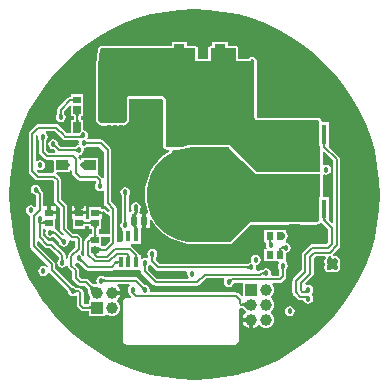
<source format=gbr>
G04 Layer_Physical_Order=4*
G04 Layer_Color=16711680*
%FSLAX25Y25*%
%MOIN*%
%TF.FileFunction,Copper,L4,Bot,Signal*%
%TF.Part,Single*%
G01*
G75*
%TA.AperFunction,SMDPad*%
%ADD10R,0.02362X0.02559*%
%TA.AperFunction,SMDPad*%
%ADD11R,0.03937X0.03268*%
%TA.AperFunction,SMDPad*%
%ADD13R,0.02559X0.02362*%
%TA.AperFunction,SMDPad*%
%ADD33R,0.01575X0.03543*%
%ADD34C,0.00800*%
%ADD35C,0.00700*%
%ADD37C,0.02000*%
%ADD39C,0.01000*%
%TA.AperFunction,ViaPad*%
%ADD40C,0.03937*%
%TA.AperFunction,ViaPad*%
%ADD41R,0.03937X0.03937*%
%TA.AperFunction,ViaPad*%
%ADD42R,0.03937X0.03937*%
%TA.AperFunction,ViaPad*%
%ADD43C,0.01800*%
%TA.AperFunction,SMDPad*%
%ADD54R,0.09252X0.12598*%
%TA.AperFunction,SMDPad*%
%ADD55R,0.12598X0.09252*%
%TA.AperFunction,ConnectorPad*%
%ADD56C,0.31496*%
%TA.AperFunction,SMDPad*%
%ADD57R,0.01575X0.06496*%
%TA.AperFunction,SMDPad*%
%ADD58R,0.09843X0.06496*%
%TA.AperFunction,SMDPad*%
%ADD59R,0.03543X0.04921*%
G36*
X397422Y384260D02*
X402235Y383690D01*
X406989Y382745D01*
X411654Y381429D01*
X416202Y379751D01*
X420603Y377722D01*
X424832Y375354D01*
X428863Y372661D01*
X432669Y369660D01*
X436228Y366370D01*
X439518Y362811D01*
X441440Y360373D01*
D01*
X442519Y359004D01*
X445212Y354974D01*
X447580Y350745D01*
X447867Y350124D01*
X449354Y346898D01*
X449610Y346343D01*
X451287Y341796D01*
X452603Y337131D01*
X453548Y332377D01*
X454118Y327564D01*
X454309Y322721D01*
X454118Y317877D01*
X453548Y313064D01*
X452603Y308310D01*
X451287Y303645D01*
X449610Y299097D01*
X447580Y294696D01*
X445212Y290467D01*
X442519Y286437D01*
X439518Y282630D01*
X436228Y279071D01*
X432669Y275781D01*
X430083Y273742D01*
X429258Y273092D01*
X428863Y272780D01*
X424832Y270087D01*
X420603Y267719D01*
X416202Y265690D01*
X411654Y264012D01*
X408399Y263094D01*
X406989Y262696D01*
X402235Y261751D01*
X397422Y261181D01*
X392579Y260991D01*
X387736Y261181D01*
X382922Y261751D01*
X378168Y262696D01*
X373503Y264012D01*
X368956Y265690D01*
X364554Y267719D01*
X360325Y270087D01*
X356295Y272780D01*
X352488Y275781D01*
X348929Y279071D01*
X345639Y282630D01*
X342638Y286437D01*
X341785Y287715D01*
X339946Y290467D01*
X337577Y294696D01*
X335548Y299097D01*
X333870Y303645D01*
X332555Y308310D01*
X331609Y313064D01*
X331039Y317877D01*
X330849Y322721D01*
X331039Y327564D01*
X331609Y332377D01*
X332555Y337131D01*
X333870Y341796D01*
X335548Y346343D01*
X337577Y350745D01*
X339946Y354974D01*
X342638Y359004D01*
X345639Y362811D01*
X348929Y366370D01*
X352488Y369660D01*
X356295Y372661D01*
X360325Y375354D01*
X361395Y375953D01*
D01*
X364554Y377722D01*
X368956Y379751D01*
X373503Y381429D01*
X378168Y382745D01*
X382922Y383690D01*
X387736Y384260D01*
X392579Y384450D01*
X397422Y384260D01*
D02*
G37*
%LPC*%
G36*
X355539Y356114D02*
X351461D01*
Y355305D01*
X351173D01*
X350740Y355219D01*
X350373Y354974D01*
X347200Y351800D01*
X346954Y351433D01*
X346868Y351000D01*
Y349787D01*
X346866Y349774D01*
X346861Y349755D01*
X346856Y349741D01*
X346852Y349730D01*
X346851Y349729D01*
X346803Y349697D01*
X346436Y349148D01*
X346307Y348500D01*
X346436Y347852D01*
X346803Y347303D01*
X347352Y346936D01*
X348000Y346808D01*
X348648Y346936D01*
X349197Y347303D01*
X349564Y347852D01*
X349693Y348500D01*
X349564Y349148D01*
X349197Y349697D01*
X349149Y349729D01*
X349148Y349730D01*
X349144Y349741D01*
X349139Y349755D01*
X349134Y349774D01*
X349132Y349787D01*
Y350531D01*
X351016Y352416D01*
X351206Y352337D01*
X351461Y352153D01*
Y348886D01*
X352241D01*
X352305Y348873D01*
X352317Y348809D01*
Y347616D01*
X352305Y347552D01*
X352241Y347539D01*
X351386D01*
Y343460D01*
X351262Y343349D01*
X351002Y343154D01*
X350941Y343132D01*
X349973D01*
X349836Y343336D01*
X347336Y345836D01*
X346953Y346093D01*
X346500Y346183D01*
X346500Y346183D01*
X340500D01*
X340500Y346183D01*
X340047Y346093D01*
X339664Y345836D01*
X339664Y345836D01*
X337664Y343836D01*
X337407Y343453D01*
X337317Y343000D01*
X337317Y343000D01*
Y330500D01*
X337317Y330500D01*
X337407Y330047D01*
X337664Y329664D01*
X339481Y327846D01*
X339481Y327846D01*
X339865Y327590D01*
X340317Y327500D01*
X340317Y327500D01*
X345327D01*
X345817Y327010D01*
Y320630D01*
X345817Y320630D01*
X345907Y320178D01*
X346164Y319794D01*
X347757Y318200D01*
Y311215D01*
X347757Y311215D01*
X347847Y310762D01*
X348104Y310378D01*
X348962Y309520D01*
X348787Y308988D01*
X348698Y308975D01*
X346836Y310836D01*
X346453Y311093D01*
X346421Y311099D01*
X346040Y311386D01*
X346040Y311646D01*
Y314492D01*
X346280D01*
Y316073D01*
X344000D01*
Y316673D01*
X343400D01*
Y318854D01*
X342183D01*
Y323000D01*
X342093Y323453D01*
X341836Y323836D01*
X341836Y323836D01*
X341378Y324294D01*
X341369Y324306D01*
X341363Y324315D01*
X341366Y324327D01*
X341237Y324974D01*
X340870Y325523D01*
X340321Y325890D01*
X339673Y326019D01*
X339025Y325890D01*
X338476Y325523D01*
X338110Y324974D01*
X337981Y324327D01*
X338110Y323679D01*
X338476Y323130D01*
X339025Y322763D01*
X339673Y322634D01*
X339817Y322169D01*
Y318668D01*
X339317Y318516D01*
X339197Y318697D01*
X338648Y319064D01*
X338000Y319193D01*
X337352Y319064D01*
X336803Y318697D01*
X336436Y318148D01*
X336308Y317500D01*
X336436Y316852D01*
X336803Y316303D01*
X337352Y315936D01*
X337490Y315909D01*
X337768Y315493D01*
X337757Y315440D01*
X337757Y315440D01*
Y305560D01*
X337757Y305560D01*
X337847Y305107D01*
X338104Y304724D01*
X343767Y299060D01*
X343727Y298624D01*
X343272Y298436D01*
X342821Y298737D01*
X342173Y298866D01*
X341526Y298737D01*
X340977Y298370D01*
X340610Y297821D01*
X340481Y297173D01*
X340610Y296526D01*
X340977Y295976D01*
X341526Y295610D01*
X342173Y295481D01*
X342821Y295610D01*
X343370Y295976D01*
X343696Y296464D01*
X343867Y296537D01*
X343868Y296537D01*
X344256Y296571D01*
X350295Y290532D01*
X350304Y290521D01*
X350310Y290512D01*
X350307Y290500D01*
X350436Y289852D01*
X350803Y289303D01*
X351352Y288936D01*
X352000Y288808D01*
X352648Y288936D01*
X352817Y289050D01*
X353317Y288782D01*
Y288159D01*
Y286000D01*
X353317Y286000D01*
X353407Y285547D01*
X353664Y285164D01*
X354664Y284164D01*
X354664Y284164D01*
X355047Y283907D01*
X355500Y283817D01*
X357272D01*
Y282272D01*
X362729D01*
Y282694D01*
X363229Y282920D01*
X363624Y282617D01*
X364288Y282342D01*
X365000Y282248D01*
X365712Y282342D01*
X366376Y282617D01*
X366946Y283054D01*
X367383Y283624D01*
X367658Y284288D01*
X367752Y285000D01*
X367658Y285712D01*
X367383Y286376D01*
X366946Y286946D01*
X366832Y287034D01*
X366832Y287664D01*
X367117Y287883D01*
X367593Y288503D01*
X367657Y288658D01*
X367790Y288977D01*
X367892Y289225D01*
X367915Y289400D01*
X365000D01*
Y290600D01*
X367915D01*
X367892Y290775D01*
X367593Y291497D01*
X367117Y292117D01*
X366856Y292317D01*
X367026Y292817D01*
X370832D01*
X370984Y292317D01*
X370803Y292197D01*
X370436Y291648D01*
X370307Y291000D01*
X370436Y290352D01*
X370803Y289803D01*
X370865Y289762D01*
X370907Y289547D01*
X371164Y289164D01*
X371581Y288747D01*
X371389Y288285D01*
X370000D01*
X369508Y288187D01*
X369092Y287908D01*
X368813Y287492D01*
X368715Y287000D01*
Y274000D01*
X368813Y273508D01*
X369092Y273092D01*
X369508Y272813D01*
X370000Y272715D01*
X406000D01*
X406492Y272813D01*
X406908Y273092D01*
X407187Y273508D01*
X407285Y274000D01*
Y283715D01*
Y284582D01*
X407459Y284719D01*
X407785Y284890D01*
X408150Y284817D01*
X408150Y284817D01*
X408460D01*
X408512Y284807D01*
X408594Y284782D01*
X408692Y284741D01*
X408804Y284683D01*
X408930Y284604D01*
X409059Y284511D01*
X409381Y284236D01*
X409515Y284104D01*
X409554Y284054D01*
X409668Y283966D01*
X409668Y283336D01*
X409383Y283117D01*
X408907Y282497D01*
X408608Y281775D01*
X408585Y281600D01*
X411500D01*
Y281000D01*
X412100D01*
Y278085D01*
X412275Y278108D01*
X412997Y278407D01*
X413617Y278883D01*
X413836Y279168D01*
X414466Y279168D01*
X414554Y279054D01*
X415124Y278617D01*
X415788Y278342D01*
X416500Y278248D01*
X417212Y278342D01*
X417876Y278617D01*
X418446Y279054D01*
X418883Y279624D01*
X419158Y280288D01*
X419252Y281000D01*
X419158Y281712D01*
X418883Y282376D01*
X418446Y282946D01*
X418114Y283201D01*
X418113Y283203D01*
Y283797D01*
X418114Y283799D01*
X418446Y284054D01*
X418883Y284624D01*
X419158Y285288D01*
X419252Y286000D01*
X419158Y286712D01*
X418883Y287376D01*
X418446Y287946D01*
X418283Y288071D01*
X418212Y288126D01*
D01*
X418114Y288201D01*
X418113Y288203D01*
Y288797D01*
X418114Y288799D01*
X418446Y289054D01*
X418883Y289624D01*
X419158Y290288D01*
X419252Y291000D01*
X419158Y291712D01*
X418883Y292376D01*
X418591Y292757D01*
X418831Y293257D01*
X420940D01*
X420940Y293257D01*
X421393Y293347D01*
X421776Y293604D01*
X422836Y294664D01*
X422836Y294664D01*
X423093Y295047D01*
X423183Y295500D01*
X423183Y295500D01*
Y297772D01*
X423185Y297786D01*
X423187Y297797D01*
X423197Y297803D01*
X423564Y298352D01*
X423693Y299000D01*
X423564Y299648D01*
X423303Y300038D01*
X423114Y300461D01*
Y303330D01*
X423648Y303436D01*
X424197Y303803D01*
X424564Y304352D01*
X424692Y305000D01*
X424564Y305648D01*
X424197Y306197D01*
X423648Y306564D01*
X423436Y306606D01*
X423079Y306953D01*
Y307725D01*
X423197Y307803D01*
X423564Y308352D01*
X423693Y309000D01*
X423564Y309648D01*
X423197Y310197D01*
X423079Y310275D01*
Y311032D01*
X415851D01*
Y306953D01*
X416039D01*
X416127Y306885D01*
X416397Y306453D01*
X416307Y306000D01*
X416436Y305352D01*
X416645Y305040D01*
X416378Y304539D01*
X415886D01*
Y300461D01*
X420378D01*
X420645Y299960D01*
X420436Y299648D01*
X420307Y299000D01*
X420436Y298352D01*
X420803Y297803D01*
X420813Y297797D01*
D01*
X420815Y297786D01*
X420817Y297772D01*
Y295990D01*
X420450Y295623D01*
X418466D01*
X418118Y296123D01*
X418192Y296500D01*
X418064Y297148D01*
X417697Y297697D01*
X417148Y298064D01*
X416500Y298193D01*
X415852Y298064D01*
X415303Y297697D01*
X415297Y297687D01*
X415286Y297685D01*
X415272Y297683D01*
X415000D01*
X414547Y297593D01*
X414164Y297336D01*
X414164Y297336D01*
X414070Y297243D01*
X413298D01*
X413031Y297743D01*
X413064Y297792D01*
X413193Y298440D01*
X413064Y299088D01*
X413457Y299398D01*
X413648Y299436D01*
X414197Y299803D01*
X414564Y300352D01*
X414692Y301000D01*
X414564Y301648D01*
X414197Y302197D01*
X413648Y302564D01*
X413000Y302693D01*
X412352Y302564D01*
X411803Y302197D01*
X411436Y301648D01*
X411307Y301000D01*
X411436Y300352D01*
X411043Y300042D01*
X410852Y300004D01*
X410303Y299637D01*
X410297Y299627D01*
X410286Y299625D01*
X410272Y299623D01*
X381050D01*
X379683Y300990D01*
Y301772D01*
X379685Y301786D01*
X379687Y301797D01*
X379697Y301803D01*
X380064Y302352D01*
X380192Y303000D01*
X380064Y303648D01*
X379697Y304197D01*
X379148Y304564D01*
X378500Y304693D01*
X377852Y304564D01*
X377303Y304197D01*
X376936Y303648D01*
X376807Y303000D01*
X376936Y302352D01*
X377070Y302152D01*
X377015Y301919D01*
X376648Y301564D01*
X376000Y301693D01*
X375352Y301564D01*
X375106Y301399D01*
X374606Y301667D01*
Y301764D01*
X374606Y301764D01*
X374606Y301765D01*
Y301816D01*
X374609Y301831D01*
X374606Y301845D01*
Y302603D01*
X374210D01*
X374152Y302894D01*
X373895Y303277D01*
X373895Y303277D01*
X371774Y305399D01*
X371390Y305655D01*
X371379Y305658D01*
X371428Y306157D01*
X372287D01*
Y306398D01*
X374606D01*
Y310674D01*
X374609Y310689D01*
X374606Y310703D01*
Y311461D01*
X374999Y311720D01*
X375073D01*
Y312663D01*
X375017Y312701D01*
X374949Y312724D01*
X374873Y312733D01*
X375073D01*
Y314000D01*
Y316280D01*
X374612D01*
X374576Y316299D01*
X374241Y316779D01*
X374285Y317000D01*
X374285Y317000D01*
Y317413D01*
X374287Y317439D01*
X374564Y317852D01*
X374693Y318500D01*
X374564Y319148D01*
X374197Y319697D01*
X373648Y320064D01*
X373000Y320193D01*
X372352Y320064D01*
X371803Y319697D01*
X371436Y319148D01*
X371307Y318500D01*
X371436Y317852D01*
X371676Y317493D01*
X371418Y317235D01*
X371183Y316882D01*
X370933Y316885D01*
X370683Y316966D01*
Y322272D01*
X370685Y322286D01*
X370687Y322297D01*
X370697Y322303D01*
X371064Y322852D01*
X371193Y323500D01*
X371064Y324148D01*
X370697Y324697D01*
X370148Y325064D01*
X369500Y325192D01*
X368852Y325064D01*
X368303Y324697D01*
X367936Y324148D01*
X367808Y323500D01*
X367936Y322852D01*
X368303Y322303D01*
X368313Y322297D01*
X368315Y322286D01*
X368317Y322272D01*
Y313728D01*
X368315Y313714D01*
X368313Y313703D01*
X368303Y313697D01*
X367936Y313148D01*
X367808Y312500D01*
X367867Y312201D01*
D01*
X367936Y311852D01*
X368303Y311303D01*
X368479Y311186D01*
X368542Y310542D01*
X368500Y310500D01*
Y307000D01*
X366683D01*
Y311701D01*
Y318000D01*
X366683Y318000D01*
X366593Y318453D01*
X366336Y318836D01*
X366336Y318836D01*
X364865Y320307D01*
Y335634D01*
Y337500D01*
X364775Y337953D01*
X364519Y338336D01*
X364519Y338336D01*
X364355Y338500D01*
X364279Y338576D01*
X362114Y340741D01*
X361730Y340998D01*
X361278Y341088D01*
X361278Y341088D01*
X357154D01*
X356898Y341567D01*
X356911Y341624D01*
X357064Y341852D01*
X357192Y342500D01*
X357149Y342720D01*
X357064Y343148D01*
X356697Y343697D01*
X356148Y344064D01*
X355507Y344191D01*
Y347005D01*
X355448Y347301D01*
X355280Y347553D01*
X355029Y347721D01*
X354859Y347754D01*
X354834Y347765D01*
X354759Y347779D01*
X354695Y347792D01*
X354683Y347856D01*
Y348809D01*
X354695Y348873D01*
X354759Y348886D01*
X355539D01*
Y352232D01*
Y356114D01*
D02*
G37*
G36*
X346280Y318854D02*
X344600D01*
Y317273D01*
X346280D01*
Y318854D01*
D02*
G37*
G36*
X366201Y334299D02*
Y334268D01*
X366232D01*
X366201Y334299D01*
D02*
G37*
G36*
X410900Y280400D02*
X408585D01*
X408608Y280225D01*
X408907Y279503D01*
X409383Y278883D01*
X410003Y278407D01*
X410725Y278108D01*
X410900Y278085D01*
Y280400D01*
D02*
G37*
G36*
X424327Y285519D02*
X423679Y285390D01*
X423130Y285023D01*
X422763Y284474D01*
X422634Y283827D01*
X422763Y283179D01*
X423130Y282630D01*
X423679Y282263D01*
X424327Y282134D01*
X424974Y282263D01*
X425524Y282630D01*
X425890Y283179D01*
X426019Y283827D01*
X425890Y284474D01*
X425524Y285023D01*
X424974Y285390D01*
X424327Y285519D01*
D02*
G37*
G36*
X403595Y373721D02*
X398531D01*
Y372275D01*
X397969D01*
X397672Y372216D01*
X397421Y372048D01*
X397253Y371796D01*
X397194Y371500D01*
Y368054D01*
X393680D01*
Y371500D01*
X393621Y371796D01*
X393453Y372048D01*
X393202Y372216D01*
X392905Y372275D01*
X390095D01*
Y373721D01*
X385031D01*
Y372275D01*
X361576D01*
X361502Y372260D01*
X361425D01*
X361355Y372246D01*
X361355D01*
X361284Y372217D01*
X361280Y372216D01*
X361276Y372213D01*
X361154Y372163D01*
X361150Y372162D01*
X361146Y372160D01*
X361075Y372130D01*
X361075Y372130D01*
X361016Y372090D01*
X360962Y372036D01*
X360898Y371994D01*
X360698Y371794D01*
X360684Y371773D01*
X360649Y371738D01*
X360620Y371695D01*
X360602Y371676D01*
X360588Y371656D01*
X360582Y371641D01*
X360525Y371577D01*
X360509Y371529D01*
X360481Y371486D01*
X360464Y371402D01*
X360456Y371389D01*
X360448Y371365D01*
X360445Y371339D01*
X360428Y371290D01*
X360422Y371241D01*
X360414Y371217D01*
X359732Y366017D01*
X359735Y365966D01*
X359725Y365916D01*
Y362775D01*
Y353500D01*
Y347576D01*
X359740Y347501D01*
Y347425D01*
X359755Y347350D01*
X359784Y347280D01*
X359799Y347205D01*
X359841Y347141D01*
X359871Y347071D01*
X359892Y347050D01*
X359925Y347001D01*
X359958Y346968D01*
X359967Y346954D01*
X359988Y346933D01*
X360021Y346883D01*
X360898Y346006D01*
X360962Y345964D01*
X361016Y345910D01*
X361075Y345870D01*
X361075Y345870D01*
X361146Y345841D01*
X361150Y345838D01*
X361154Y345837D01*
X361276Y345787D01*
X361280Y345784D01*
X361284Y345783D01*
X361355Y345754D01*
X361355D01*
X361425Y345740D01*
X361502D01*
X361576Y345725D01*
X363257D01*
X363332Y345740D01*
X363408D01*
X363479Y345769D01*
X363554Y345784D01*
X363616Y345826D01*
X364000Y345902D01*
X364384Y345826D01*
X364446Y345784D01*
X364521Y345769D01*
X364592Y345740D01*
X364668D01*
X364743Y345725D01*
X365257D01*
X365332Y345740D01*
X365408D01*
X365479Y345769D01*
X365553Y345784D01*
X365616Y345826D01*
X365847Y345872D01*
X366000Y345902D01*
X366384Y345826D01*
X366446Y345784D01*
X366521Y345769D01*
X366592Y345740D01*
X366668D01*
X366743Y345725D01*
X367257D01*
X367332Y345740D01*
X367408D01*
X367479Y345769D01*
X367553Y345784D01*
X367617Y345826D01*
X368000Y345902D01*
X368384Y345826D01*
X368446Y345784D01*
X368521Y345769D01*
X368592Y345740D01*
X368668D01*
X368743Y345725D01*
X368924D01*
X368999Y345740D01*
X369075D01*
X369145Y345754D01*
X369145D01*
X369216Y345783D01*
X369220Y345784D01*
X369224Y345787D01*
X369346Y345837D01*
X369351Y345838D01*
X369354Y345841D01*
X369425Y345870D01*
X369425Y345870D01*
X369484Y345910D01*
X369538Y345964D01*
D01*
X369602Y346006D01*
X369616Y346020D01*
X370494Y346898D01*
X370536Y346962D01*
X370590Y347016D01*
X370630Y347075D01*
X370630Y347075D01*
X370659Y347146D01*
X370662Y347149D01*
X370663Y347154D01*
X370713Y347276D01*
X370716Y347280D01*
X370717Y347284D01*
X370746Y347355D01*
Y347355D01*
X370760Y347425D01*
Y347501D01*
D01*
X370775Y347576D01*
Y354679D01*
X371255Y354725D01*
X381679D01*
X382225Y354179D01*
Y351500D01*
Y342000D01*
Y338576D01*
X382240Y338502D01*
Y338425D01*
X382253Y338362D01*
X382282Y338291D01*
X382284Y338280D01*
X382291Y338270D01*
X382336Y338160D01*
X382368Y338082D01*
X382368Y338082D01*
X382582Y337868D01*
X382582Y337868D01*
X382713Y337814D01*
X382770Y337790D01*
X382771Y337790D01*
X382780Y337784D01*
X382791Y337782D01*
X382861Y337753D01*
X382925Y337740D01*
X383001D01*
X383076Y337725D01*
X383829D01*
X384103Y337472D01*
X384218Y337311D01*
X384134Y336932D01*
X383500Y336508D01*
X382508Y335845D01*
X380881Y334419D01*
X380349Y333812D01*
X379454Y332791D01*
X378252Y330992D01*
X377294Y329051D01*
X376599Y327002D01*
X376177Y324880D01*
X376035Y322721D01*
X376177Y320561D01*
X376599Y318439D01*
X377162Y316779D01*
X376804Y316280D01*
X376273D01*
Y314000D01*
Y312733D01*
X376473D01*
X376397Y312724D01*
X376329Y312701D01*
X376273Y312663D01*
Y311720D01*
X377854D01*
Y314143D01*
X378354Y314295D01*
X379454Y312649D01*
X380881Y311022D01*
X382508Y309596D01*
X384307Y308393D01*
X386248Y307436D01*
X388297Y306741D01*
X390038Y306394D01*
X390038Y306394D01*
X390075Y306370D01*
X390133Y306346D01*
X390159Y306328D01*
X390173Y306323D01*
X390204Y306316D01*
X390276Y306287D01*
X390280Y306284D01*
X390284Y306283D01*
X390355Y306254D01*
X390425Y306240D01*
X390501D01*
X390576Y306225D01*
X391845D01*
X392579Y306177D01*
X393312Y306225D01*
X404424D01*
X404498Y306240D01*
X404575D01*
X404645Y306254D01*
X404645D01*
X404716Y306283D01*
X404720Y306284D01*
X404724Y306287D01*
D01*
X404811Y306323D01*
X404846Y306337D01*
D01*
D01*
X404850Y306338D01*
X404854Y306341D01*
X404925Y306370D01*
X404925Y306370D01*
X404985Y306410D01*
X405038Y306464D01*
X405102Y306506D01*
X411321Y312725D01*
X423757D01*
X423757Y312725D01*
X423946Y312763D01*
X424054Y312784D01*
X424054Y312784D01*
X424124Y312813D01*
X424125Y312813D01*
X424191Y312841D01*
X424425Y312888D01*
X424575D01*
X424599Y312883D01*
X424750D01*
X424901D01*
X424901Y312883D01*
X425000Y312902D01*
X425384Y312826D01*
X425447Y312784D01*
X425521Y312769D01*
X425592Y312740D01*
X425668D01*
X425743Y312725D01*
X425757D01*
X425757Y312725D01*
X425832Y312740D01*
X425894D01*
X425952Y312764D01*
X426054Y312784D01*
X426054Y312784D01*
X426124Y312813D01*
X426125Y312813D01*
X426191Y312841D01*
X426425Y312888D01*
X426575D01*
X426599Y312883D01*
X426750D01*
X426901D01*
X426901Y312883D01*
X427000Y312902D01*
X427384Y312826D01*
X427447Y312784D01*
X427521Y312769D01*
X427592Y312740D01*
X427668D01*
X427743Y312725D01*
X433424D01*
X433498Y312740D01*
X433575D01*
X433645Y312754D01*
X433645D01*
X433716Y312783D01*
X433720Y312784D01*
X433724Y312787D01*
X433846Y312837D01*
X433850Y312838D01*
X433854Y312841D01*
X433925Y312870D01*
X433925Y312870D01*
X433985Y312910D01*
X433986Y312911D01*
X434038Y312964D01*
X434102Y313006D01*
X434361Y313265D01*
X434846Y313307D01*
X434940Y313298D01*
X434963Y313264D01*
X437217Y311010D01*
Y306890D01*
X436727Y306400D01*
X436510Y306183D01*
X431837D01*
X431385Y306093D01*
X431001Y305836D01*
X431001Y305836D01*
X428664Y303499D01*
X428407Y303115D01*
X428317Y302663D01*
X428317Y302663D01*
Y297490D01*
X425564Y294736D01*
X425307Y294353D01*
X425217Y293900D01*
X425217Y293900D01*
X425217Y293900D01*
Y293257D01*
Y290137D01*
X425217Y290137D01*
X425307Y289685D01*
X425564Y289301D01*
X425882Y288983D01*
X427001Y287864D01*
X427001Y287864D01*
X427385Y287607D01*
X427837Y287517D01*
X428903D01*
X428936Y287352D01*
X429303Y286803D01*
X429852Y286436D01*
X430500Y286308D01*
X431148Y286436D01*
X431697Y286803D01*
X432064Y287352D01*
X432193Y288000D01*
X432064Y288648D01*
X431697Y289197D01*
X431617Y289250D01*
Y289750D01*
X431697Y289803D01*
X432064Y290352D01*
X432193Y291000D01*
X432064Y291648D01*
X431697Y292197D01*
X431148Y292564D01*
X430500Y292692D01*
X430110Y292615D01*
X429602Y292899D01*
X429553Y292965D01*
X429533Y293097D01*
X431936Y295501D01*
X431936Y295501D01*
X432193Y295885D01*
X432283Y296337D01*
Y301510D01*
X432990Y302217D01*
X435895D01*
X435903Y302215D01*
X435991Y302171D01*
X436038Y302121D01*
X436303Y301697D01*
X436283Y301666D01*
X436283Y301666D01*
X435936Y301148D01*
X435906Y300996D01*
X435906Y300996D01*
Y300996D01*
X435838Y300651D01*
X435838Y300651D01*
Y300651D01*
X435808Y300500D01*
X435838Y300349D01*
Y300349D01*
X435838Y300349D01*
X435906Y300004D01*
Y300004D01*
X435906Y300004D01*
X435936Y299852D01*
X436022Y299724D01*
X436022Y299724D01*
X436022Y299276D01*
X435936Y299148D01*
X435906Y298996D01*
X435906Y298996D01*
Y298996D01*
X435838Y298651D01*
X435838Y298651D01*
Y298651D01*
X435808Y298500D01*
X435838Y298349D01*
Y298349D01*
X435838Y298349D01*
X435906Y298004D01*
Y298004D01*
X435906Y298004D01*
X435936Y297852D01*
X436022Y297724D01*
X436022Y297724D01*
X436022Y297724D01*
X436218Y297431D01*
X436218Y297431D01*
X436218Y297431D01*
X436303Y297303D01*
X436852Y296936D01*
X437003Y296906D01*
X437004Y296906D01*
X437004D01*
X437349Y296838D01*
X437349Y296837D01*
X437349D01*
X437500Y296808D01*
X437651Y296837D01*
X437651D01*
X437651Y296838D01*
X437996Y296906D01*
X437996D01*
X437997Y296906D01*
X438148Y296936D01*
X438276Y297022D01*
X438276Y297022D01*
X438724Y297022D01*
X438852Y296936D01*
X439004Y296906D01*
X439004Y296906D01*
X439004D01*
X439349Y296838D01*
X439349Y296837D01*
X439349D01*
X439500Y296808D01*
X439651Y296837D01*
X439651D01*
X439651Y296838D01*
X439996Y296906D01*
X439996D01*
X439997Y296906D01*
X440148Y296936D01*
X440276Y297022D01*
X440276Y297022D01*
X440276Y297022D01*
X440569Y297218D01*
X440569Y297218D01*
X440569Y297218D01*
X440697Y297303D01*
X441064Y297852D01*
X441094Y298003D01*
X441094Y298004D01*
Y298004D01*
X441162Y298349D01*
X441162Y298349D01*
Y298349D01*
X441192Y298500D01*
X441162Y298651D01*
Y298651D01*
X441162Y298651D01*
X441094Y298996D01*
Y298996D01*
X441094Y298996D01*
X441064Y299148D01*
X440978Y299276D01*
X440978Y299276D01*
X440978Y299724D01*
X441064Y299852D01*
X441094Y300004D01*
X441094Y300004D01*
Y300004D01*
X441162Y300349D01*
X441162Y300349D01*
Y300349D01*
X441192Y300500D01*
X441162Y300651D01*
Y300651D01*
X441162Y300651D01*
X441094Y300996D01*
Y300996D01*
X441094Y300996D01*
X441064Y301148D01*
X440978Y301276D01*
X440978Y301276D01*
X440978Y301276D01*
X440782Y301569D01*
X440782Y301569D01*
X440782Y301569D01*
X440697Y301697D01*
X440148Y302064D01*
X439997Y302094D01*
X439996Y302094D01*
X439996D01*
X439651Y302162D01*
X439651Y302163D01*
X439651D01*
X439500Y302192D01*
X439349Y302163D01*
X439349D01*
X439349Y302162D01*
X439178Y302128D01*
X438810Y302211D01*
X438622Y302687D01*
X440836Y304901D01*
X440836Y304901D01*
X441093Y305285D01*
X441183Y305737D01*
Y306400D01*
Y334500D01*
X441093Y334953D01*
X440836Y335336D01*
X440836Y335336D01*
X437580Y338592D01*
X437347Y338992D01*
X437347D01*
X437347Y338992D01*
Y339749D01*
X437350Y339764D01*
X437347Y339778D01*
Y347008D01*
X435509D01*
X435026Y347039D01*
X435025Y347063D01*
X435006Y347142D01*
X435004Y347196D01*
X435004Y347196D01*
X434995Y347215D01*
X434988Y347271D01*
X434874Y347625D01*
X434843Y347679D01*
X434826Y347740D01*
X434770Y347810D01*
X434726Y347889D01*
X434677Y347928D01*
X434639Y347977D01*
X434560Y348021D01*
X434489Y348077D01*
X434429Y348094D01*
X434375Y348124D01*
X434024Y348237D01*
X433904Y348251D01*
X433786Y348275D01*
X423569D01*
X423494Y348260D01*
X423418Y348260D01*
X423341Y348245D01*
X423271Y348216D01*
X413880D01*
X413466Y348425D01*
X413437Y348496D01*
X413436Y348500D01*
X413434Y348504D01*
X413383Y348626D01*
X413382Y348630D01*
X413380Y348634D01*
X413351Y348704D01*
X413351Y348704D01*
X413311Y348764D01*
X413275Y348800D01*
Y349412D01*
Y360000D01*
Y361799D01*
Y367424D01*
X413251Y367546D01*
X413235Y367669D01*
X413222Y367691D01*
X413217Y367716D01*
X413216Y367718D01*
X413216Y367720D01*
X413147Y367824D01*
X413085Y367931D01*
X413065Y367947D01*
X413051Y367969D01*
X412700Y368323D01*
X412635Y368367D01*
X412580Y368422D01*
X412511Y368451D01*
X412450Y368493D01*
X412443Y368494D01*
X412441Y368495D01*
X412371Y368509D01*
X412301Y368538D01*
X412296Y368539D01*
X412222Y368539D01*
X412153Y368553D01*
X412151Y368553D01*
X412144Y368554D01*
X411469D01*
X411172Y368495D01*
X410921Y368327D01*
X410753Y368076D01*
X410748Y368054D01*
X407180D01*
Y371500D01*
X407121Y371796D01*
X406953Y372048D01*
X406702Y372216D01*
X406405Y372275D01*
X403595D01*
Y373721D01*
D02*
G37*
%LPD*%
G36*
X348902Y301253D02*
X348909Y301165D01*
X348921Y301082D01*
X348937Y301004D01*
X348957Y300931D01*
X348983Y300864D01*
X349013Y300801D01*
X349047Y300743D01*
X349086Y300690D01*
X349130Y300643D01*
X347870D01*
X347914Y300690D01*
X347953Y300743D01*
X347987Y300801D01*
X348017Y300864D01*
X348042Y300931D01*
X348063Y301004D01*
X348079Y301082D01*
X348091Y301165D01*
X348098Y301253D01*
X348100Y301346D01*
X348900D01*
X348902Y301253D01*
D02*
G37*
G36*
X343095Y310886D02*
X342936Y310648D01*
X342808Y310000D01*
X342936Y309352D01*
X343303Y308803D01*
X343852Y308436D01*
X344500Y308308D01*
X345148Y308436D01*
X345593Y308734D01*
X347295Y307032D01*
X347304Y307021D01*
X347310Y307012D01*
X347307Y307000D01*
X347436Y306352D01*
X347803Y305803D01*
X348352Y305436D01*
X349000Y305308D01*
X349648Y305436D01*
X350197Y305803D01*
X350564Y306352D01*
X350693Y307000D01*
X350659Y307169D01*
X351109Y307470D01*
X351202Y307407D01*
X351655Y307317D01*
X352817D01*
Y305077D01*
X350664Y302923D01*
X350407Y302539D01*
X350317Y302087D01*
X350317Y302087D01*
Y301614D01*
X349817Y301383D01*
X349683Y301498D01*
Y302413D01*
X349593Y302866D01*
X349336Y303250D01*
X349336Y303250D01*
X345750Y306836D01*
X345366Y307093D01*
X344913Y307183D01*
X344913Y307183D01*
X343990D01*
X342183Y308990D01*
Y311386D01*
X342828D01*
X343095Y310886D01*
D02*
G37*
G36*
X379086Y302310D02*
X379047Y302257D01*
X379013Y302199D01*
X378983Y302136D01*
X378958Y302069D01*
X378937Y301996D01*
X378921Y301918D01*
X378909Y301835D01*
X378902Y301747D01*
X378900Y301654D01*
X378100D01*
X378098Y301747D01*
X378091Y301835D01*
X378079Y301918D01*
X378063Y301996D01*
X378043Y302069D01*
X378017Y302136D01*
X377987Y302199D01*
X377953Y302257D01*
X377914Y302310D01*
X377870Y302357D01*
X379130D01*
X379086Y302310D01*
D02*
G37*
G36*
X376586Y299310D02*
X376547Y299257D01*
X376513Y299199D01*
X376483Y299136D01*
X376458Y299069D01*
X376437Y298996D01*
X376421Y298918D01*
X376409Y298835D01*
X376402Y298747D01*
X376400Y298654D01*
X375600D01*
X375598Y298747D01*
X375591Y298835D01*
X375579Y298918D01*
X375563Y298996D01*
X375542Y299069D01*
X375517Y299136D01*
X375487Y299199D01*
X375453Y299257D01*
X375414Y299310D01*
X375370Y299357D01*
X376630D01*
X376586Y299310D01*
D02*
G37*
G36*
X410857Y297810D02*
X410810Y297854D01*
X410757Y297893D01*
X410699Y297927D01*
X410637Y297957D01*
X410569Y297983D01*
X410496Y298003D01*
X410418Y298019D01*
X410335Y298031D01*
X410247Y298038D01*
X410154Y298040D01*
Y298840D01*
X410247Y298842D01*
X410335Y298849D01*
X410418Y298861D01*
X410496Y298877D01*
X410569Y298898D01*
X410637Y298923D01*
X410699Y298953D01*
X410757Y298987D01*
X410810Y299026D01*
X410857Y299070D01*
Y297810D01*
D02*
G37*
G36*
X354903Y301426D02*
X354912Y301361D01*
X354929Y301296D01*
X354952Y301231D01*
X354982Y301165D01*
X355019Y301099D01*
X355063Y301032D01*
X355113Y300965D01*
X355171Y300898D01*
X355235Y300831D01*
X354669Y300265D01*
X354602Y300329D01*
X354535Y300387D01*
X354468Y300437D01*
X354401Y300481D01*
X354335Y300518D01*
X354269Y300548D01*
X354204Y300571D01*
X354138Y300588D01*
X354074Y300597D01*
X354009Y300600D01*
X354900Y301491D01*
X354903Y301426D01*
D02*
G37*
G36*
X367178Y299271D02*
X367172Y299347D01*
X367153Y299415D01*
X367123Y299475D01*
X367080Y299527D01*
X367026Y299571D01*
X366959Y299607D01*
X366880Y299635D01*
X366789Y299655D01*
X366686Y299667D01*
X366571Y299671D01*
Y300471D01*
X366686Y300475D01*
X366789Y300487D01*
X366880Y300507D01*
X366959Y300535D01*
X367026Y300571D01*
X367080Y300615D01*
X367123Y300667D01*
X367153Y300727D01*
X367172Y300795D01*
X367178Y300871D01*
Y299271D01*
D02*
G37*
G36*
X418516Y307729D02*
X418448Y307704D01*
X418388Y307664D01*
X418336Y307607D01*
X418292Y307534D01*
X418256Y307444D01*
X418228Y307339D01*
X418208Y307217D01*
X418207Y307211D01*
X418216Y307158D01*
X418235Y307083D01*
X418260Y307015D01*
X418290Y306954D01*
X418325Y306898D01*
X418366Y306849D01*
X418412Y306807D01*
X418464Y306771D01*
X417238Y306480D01*
X417268Y306531D01*
X417294Y306587D01*
X417317Y306647D01*
X417337Y306712D01*
X417353Y306782D01*
X417367Y306857D01*
X417386Y307021D01*
X417388Y307068D01*
X417388Y307079D01*
X417376Y307217D01*
X417356Y307339D01*
X417328Y307444D01*
X417292Y307534D01*
X417248Y307607D01*
X417196Y307664D01*
X417136Y307704D01*
X417068Y307729D01*
X416992Y307737D01*
X418592D01*
X418516Y307729D01*
D02*
G37*
G36*
X364317Y307077D02*
X362750Y305509D01*
X361540D01*
Y305732D01*
Y308725D01*
X364317D01*
Y307077D01*
D02*
G37*
G36*
X359904Y309488D02*
X359916Y309350D01*
X359936Y309228D01*
X359964Y309123D01*
X360000Y309033D01*
X360044Y308960D01*
X360096Y308903D01*
X360156Y308863D01*
X360224Y308838D01*
X360300Y308830D01*
X359900D01*
X359902Y308753D01*
X359909Y308665D01*
X359921Y308582D01*
X359937Y308504D01*
X359958Y308431D01*
X359983Y308364D01*
X360013Y308301D01*
X360047Y308243D01*
X360086Y308190D01*
X360130Y308143D01*
X358971Y308143D01*
X358748Y307006D01*
X358710Y307056D01*
X358665Y307102D01*
X358615Y307142D01*
X358558Y307177D01*
X358495Y307206D01*
X358426Y307230D01*
X358351Y307249D01*
X358270Y307262D01*
X358232Y307266D01*
Y306873D01*
X358227Y306949D01*
X358210Y307017D01*
X358182Y307077D01*
X358143Y307129D01*
X358093Y307173D01*
X358031Y307209D01*
X357958Y307237D01*
X357874Y307257D01*
X357780Y307269D01*
X357673Y307273D01*
Y308073D01*
X357780Y308077D01*
X357874Y308089D01*
X357958Y308109D01*
X358031Y308137D01*
X358093Y308173D01*
X358143Y308217D01*
X358182Y308269D01*
X358210Y308329D01*
X358227Y308397D01*
X358232Y308473D01*
Y307921D01*
X358266Y308073D01*
X358360Y308075D01*
X358532Y308088D01*
X358612Y308100D01*
X358687Y308115D01*
X358757Y308134D01*
X358822Y308156D01*
X358883Y308181D01*
X358922Y308201D01*
X358953Y308243D01*
X358987Y308301D01*
X359017Y308364D01*
X359043Y308431D01*
X359063Y308504D01*
X359079Y308582D01*
X359091Y308665D01*
X359098Y308753D01*
X359100Y308830D01*
X358700D01*
X358776Y308838D01*
X358844Y308863D01*
X358904Y308903D01*
X358956Y308960D01*
X359000Y309033D01*
X359036Y309123D01*
X359064Y309228D01*
X359084Y309350D01*
X359096Y309488D01*
X359100Y309642D01*
X359900D01*
X359904Y309488D01*
D02*
G37*
G36*
X348398Y308171D02*
X348465Y308113D01*
X348532Y308063D01*
X348599Y308019D01*
X348665Y307982D01*
X348731Y307952D01*
X348796Y307929D01*
X348862Y307912D01*
X348926Y307903D01*
X348991Y307900D01*
X348100Y307009D01*
X348097Y307074D01*
X348088Y307138D01*
X348071Y307204D01*
X348048Y307269D01*
X348018Y307335D01*
X347981Y307401D01*
X347937Y307468D01*
X347887Y307535D01*
X347829Y307602D01*
X347765Y307669D01*
X348331Y308235D01*
X348398Y308171D01*
D02*
G37*
G36*
X360764Y305051D02*
X360788Y304983D01*
X360829Y304923D01*
X360885Y304871D01*
X360959Y304827D01*
X361048Y304791D01*
X361153Y304763D01*
X361275Y304743D01*
X361413Y304731D01*
X361567Y304727D01*
Y303927D01*
X361413Y303923D01*
X361275Y303911D01*
X361153Y303891D01*
X361048Y303863D01*
X360959Y303827D01*
X360885Y303783D01*
X360829Y303731D01*
X360788Y303671D01*
X360764Y303603D01*
X360755Y303527D01*
Y304025D01*
X360734Y303927D01*
X360640Y303925D01*
X360468Y303912D01*
X360388Y303900D01*
X360313Y303885D01*
X360243Y303866D01*
X360178Y303844D01*
X360117Y303819D01*
X360078Y303799D01*
X360047Y303757D01*
X360013Y303699D01*
X359983Y303637D01*
X359958Y303569D01*
X359937Y303496D01*
X359921Y303418D01*
X359909Y303335D01*
X359902Y303247D01*
X359900Y303170D01*
X360300D01*
X360224Y303163D01*
X360156Y303143D01*
X360096Y303109D01*
X360044Y303063D01*
X360000Y303002D01*
X359964Y302929D01*
X359936Y302841D01*
X359916Y302741D01*
X359904Y302627D01*
X359900Y302500D01*
X359100D01*
X359096Y302627D01*
X359084Y302741D01*
X359064Y302841D01*
X359036Y302929D01*
X359000Y303002D01*
X358956Y303063D01*
X358904Y303109D01*
X358844Y303143D01*
X358776Y303163D01*
X358700Y303170D01*
X359100D01*
X359098Y303247D01*
X359091Y303335D01*
X359079Y303418D01*
X359063Y303496D01*
X359043Y303569D01*
X359017Y303637D01*
X358987Y303699D01*
X358953Y303757D01*
X358914Y303810D01*
X358870Y303857D01*
X360029Y303857D01*
X360252Y304995D01*
X360290Y304944D01*
X360335Y304898D01*
X360385Y304858D01*
X360442Y304823D01*
X360505Y304794D01*
X360574Y304770D01*
X360649Y304751D01*
X360730Y304737D01*
X360755Y304735D01*
Y305127D01*
X360764Y305051D01*
D02*
G37*
G36*
X373463Y302325D02*
X373474Y302221D01*
X373493Y302130D01*
X373519Y302050D01*
X373553Y301983D01*
X373594Y301928D01*
X373643Y301885D01*
X373699Y301855D01*
X373763Y301837D01*
X373834Y301831D01*
X372284D01*
X372355Y301837D01*
X372419Y301855D01*
X372475Y301885D01*
X372524Y301928D01*
X372565Y301983D01*
X372599Y302050D01*
X372625Y302130D01*
X372644Y302221D01*
X372655Y302325D01*
X372659Y302441D01*
X373459D01*
X373463Y302325D01*
D02*
G37*
G36*
X370904Y302373D02*
X370915Y302259D01*
X370934Y302159D01*
X370960Y302071D01*
X370994Y301998D01*
X371035Y301938D01*
X371084Y301891D01*
X371140Y301857D01*
X371204Y301837D01*
X371275Y301831D01*
X369725D01*
X369796Y301837D01*
X369860Y301857D01*
X369916Y301891D01*
X369965Y301938D01*
X370006Y301998D01*
X370040Y302071D01*
X370066Y302159D01*
X370085Y302259D01*
X370096Y302373D01*
X370100Y302500D01*
X370900D01*
X370904Y302373D01*
D02*
G37*
G36*
X422357Y304370D02*
X422310Y304414D01*
X422257Y304453D01*
X422199Y304487D01*
X422136Y304517D01*
X422069Y304542D01*
X421996Y304563D01*
X421918Y304579D01*
X421835Y304591D01*
X421747Y304598D01*
X421654Y304600D01*
Y305400D01*
X421747Y305402D01*
X421835Y305409D01*
X421918Y305421D01*
X421996Y305437D01*
X422069Y305457D01*
X422136Y305483D01*
X422199Y305513D01*
X422257Y305547D01*
X422310Y305586D01*
X422357Y305630D01*
Y304370D01*
D02*
G37*
G36*
X421577Y304413D02*
X421589Y304275D01*
X421609Y304153D01*
X421637Y304048D01*
X421673Y303959D01*
X421717Y303885D01*
X421769Y303829D01*
X421829Y303788D01*
X421897Y303764D01*
X421973Y303755D01*
X420373D01*
X420449Y303764D01*
X420517Y303788D01*
X420577Y303829D01*
X420629Y303885D01*
X420673Y303959D01*
X420709Y304048D01*
X420737Y304153D01*
X420757Y304275D01*
X420769Y304413D01*
X420773Y304568D01*
X421573D01*
X421577Y304413D01*
D02*
G37*
G36*
X352690Y291086D02*
X352743Y291047D01*
X352801Y291013D01*
X352864Y290983D01*
X352931Y290957D01*
X353004Y290937D01*
X353082Y290921D01*
X353165Y290909D01*
X353253Y290902D01*
X353346Y290900D01*
Y290100D01*
X353253Y290098D01*
X353165Y290091D01*
X353082Y290079D01*
X353004Y290063D01*
X352931Y290042D01*
X352864Y290017D01*
X352801Y289987D01*
X352743Y289953D01*
X352690Y289914D01*
X352643Y289870D01*
Y291130D01*
X352690Y291086D01*
D02*
G37*
G36*
X354000Y299808D02*
X354012Y299810D01*
X354021Y299804D01*
X354032Y299795D01*
X356164Y297664D01*
X356547Y297407D01*
X357000Y297317D01*
X365000D01*
X365000Y297317D01*
X365453Y297407D01*
X365836Y297664D01*
X365932Y297759D01*
X366393Y297568D01*
Y297539D01*
X374507D01*
X374778Y297219D01*
X374826Y297130D01*
X374907Y296720D01*
X375164Y296336D01*
X378836Y292664D01*
X378836Y292664D01*
X379220Y292407D01*
X379673Y292317D01*
X393500D01*
X393500Y292317D01*
X393953Y292407D01*
X394336Y292664D01*
X396550Y294877D01*
X402322D01*
X402590Y294377D01*
X402436Y294148D01*
X402308Y293500D01*
X402436Y292852D01*
X402803Y292303D01*
X403352Y291936D01*
X404000Y291808D01*
X404648Y291936D01*
X405197Y292303D01*
X405564Y292852D01*
X405644Y293257D01*
X408772D01*
Y288956D01*
X408272Y288749D01*
X407244Y289776D01*
X406860Y290033D01*
X406408Y290123D01*
X406407Y290123D01*
X377966D01*
X377618Y290623D01*
X377693Y291000D01*
X377564Y291648D01*
X377197Y292197D01*
X376648Y292564D01*
X376000Y292692D01*
X375988Y292690D01*
X375979Y292696D01*
X375968Y292705D01*
X373836Y294836D01*
X373453Y295093D01*
X373000Y295183D01*
X373000Y295183D01*
X362728D01*
X362714Y295185D01*
X362703Y295187D01*
X362697Y295197D01*
X362148Y295564D01*
X361500Y295692D01*
X360852Y295564D01*
X360303Y295197D01*
X359936Y294648D01*
X359807Y294000D01*
X359936Y293352D01*
X360015Y293234D01*
X360014Y293190D01*
X359736Y292751D01*
X359519Y292758D01*
X359337Y292777D01*
X359170Y292805D01*
X359025Y292838D01*
X358904Y292876D01*
X358806Y292916D01*
X358730Y292956D01*
X358686Y292986D01*
X357336Y294336D01*
X356953Y294593D01*
X356500Y294683D01*
X356500Y294683D01*
X354990D01*
X354183Y295490D01*
Y297500D01*
X354093Y297953D01*
X353836Y298336D01*
X352839Y299334D01*
X352877Y299676D01*
X353333Y299926D01*
X353373Y299932D01*
X354000Y299808D01*
D02*
G37*
G36*
X430491Y290100D02*
X430429Y290100D01*
X430271Y290088D01*
X430228Y290081D01*
X430190Y290072D01*
X430156Y290061D01*
X430127Y290048D01*
X430102Y290034D01*
X430083Y290017D01*
X429517Y290583D01*
X429533Y290602D01*
X429548Y290627D01*
X429561Y290656D01*
X429572Y290689D01*
X429581Y290728D01*
X429588Y290771D01*
X429594Y290819D01*
X429600Y290929D01*
X429600Y290991D01*
X430491Y290100D01*
D02*
G37*
G36*
X372586Y290313D02*
X372513Y290230D01*
X372483Y290192D01*
X372458Y290155D01*
X372437Y290120D01*
X372421Y290088D01*
X372409Y290056D01*
X372402Y290027D01*
X372400Y290000D01*
X371600D01*
X371598Y290027D01*
X371591Y290056D01*
X371579Y290088D01*
X371563Y290120D01*
X371543Y290155D01*
X371517Y290192D01*
X371487Y290230D01*
X371414Y290313D01*
X371370Y290357D01*
X372630D01*
X372586Y290313D01*
D02*
G37*
G36*
X410094Y284622D02*
X409905Y284808D01*
X409538Y285121D01*
X409362Y285248D01*
X409189Y285355D01*
X409021Y285443D01*
X408857Y285512D01*
X408698Y285561D01*
X408542Y285590D01*
X408392Y285600D01*
Y286400D01*
X408542Y286410D01*
X408698Y286439D01*
X408857Y286488D01*
X409021Y286557D01*
X409189Y286645D01*
X409362Y286752D01*
X409538Y286879D01*
X409719Y287026D01*
X410094Y287378D01*
Y284622D01*
D02*
G37*
G36*
X358055Y284200D02*
X358047Y284276D01*
X358023Y284344D01*
X357982Y284404D01*
X357926Y284456D01*
X357853Y284500D01*
X357763Y284536D01*
X357658Y284564D01*
X357536Y284584D01*
X357398Y284596D01*
X357243Y284600D01*
Y285400D01*
X357398Y285404D01*
X357536Y285416D01*
X357658Y285436D01*
X357763Y285464D01*
X357853Y285500D01*
X357926Y285544D01*
X357982Y285596D01*
X358023Y285656D01*
X358047Y285724D01*
X358055Y285800D01*
Y284200D01*
D02*
G37*
G36*
X430102Y288966D02*
X430127Y288952D01*
X430156Y288939D01*
X430190Y288928D01*
X430228Y288919D01*
X430271Y288912D01*
X430319Y288906D01*
X430429Y288900D01*
X430491Y288900D01*
X429600Y288009D01*
X429600Y288071D01*
X429588Y288229D01*
X429581Y288272D01*
X429572Y288311D01*
X429561Y288344D01*
X429548Y288373D01*
X429533Y288398D01*
X429517Y288417D01*
X430083Y288983D01*
X430102Y288966D01*
D02*
G37*
G36*
X342664Y305164D02*
X342664Y305164D01*
X343047Y304907D01*
X343500Y304817D01*
X344423D01*
X347317Y301923D01*
Y301228D01*
X347315Y301214D01*
X347313Y301203D01*
X347303Y301197D01*
X346936Y300648D01*
X346808Y300000D01*
X346936Y299352D01*
X347303Y298803D01*
X347852Y298436D01*
X348500Y298307D01*
X349148Y298436D01*
X349697Y298803D01*
X349821Y298990D01*
X349985Y298993D01*
X350343Y298870D01*
X350407Y298547D01*
X350664Y298164D01*
X351817Y297010D01*
Y295000D01*
X351817Y295000D01*
X351907Y294547D01*
X352164Y294164D01*
X353664Y292664D01*
X354047Y292407D01*
X354500Y292317D01*
X356010D01*
X357014Y291314D01*
X357044Y291270D01*
X357084Y291194D01*
X357124Y291096D01*
X357162Y290975D01*
X357195Y290830D01*
X357221Y290672D01*
X357254Y290251D01*
X357256Y290063D01*
X357248Y290000D01*
X357342Y289288D01*
X357617Y288624D01*
X357920Y288229D01*
X357694Y287729D01*
X357272D01*
Y286183D01*
X355990D01*
X355683Y286490D01*
Y290000D01*
X355683Y290000D01*
X355593Y290453D01*
X355336Y290836D01*
X355336Y290836D01*
X354836Y291336D01*
X354453Y291593D01*
X354000Y291683D01*
X354000Y291683D01*
X353228D01*
X353214Y291685D01*
X353203Y291687D01*
X353197Y291697D01*
X352648Y292064D01*
X352000Y292193D01*
X351988Y292190D01*
X351979Y292196D01*
X351968Y292205D01*
X346183Y297990D01*
Y299500D01*
X346093Y299953D01*
X345836Y300336D01*
X345836Y300336D01*
X340123Y306050D01*
Y306997D01*
X340623Y307205D01*
X342664Y305164D01*
D02*
G37*
G36*
X358198Y292381D02*
X358329Y292292D01*
X358476Y292214D01*
X358641Y292146D01*
X358822Y292090D01*
X359020Y292044D01*
X359235Y292009D01*
X359466Y291985D01*
X359980Y291968D01*
X358032Y290020D01*
X358029Y290285D01*
X357991Y290765D01*
X357956Y290980D01*
X357910Y291178D01*
X357854Y291359D01*
X357786Y291524D01*
X357708Y291671D01*
X357619Y291802D01*
X357519Y291915D01*
X358085Y292481D01*
X358198Y292381D01*
D02*
G37*
G36*
X415857Y295870D02*
X415810Y295914D01*
X415757Y295953D01*
X415699Y295987D01*
X415636Y296017D01*
X415569Y296042D01*
X415496Y296063D01*
X415418Y296079D01*
X415335Y296091D01*
X415247Y296098D01*
X415154Y296100D01*
Y296900D01*
X415247Y296902D01*
X415335Y296909D01*
X415418Y296921D01*
X415496Y296937D01*
X415569Y296957D01*
X415636Y296983D01*
X415699Y297013D01*
X415757Y297047D01*
X415810Y297086D01*
X415857Y297130D01*
Y295870D01*
D02*
G37*
G36*
X378057Y299270D02*
X379724Y297604D01*
X380107Y297347D01*
X380560Y297257D01*
X380560Y297257D01*
X389896D01*
X390220Y296757D01*
X390134Y296327D01*
X390263Y295679D01*
X390595Y295183D01*
X390534Y294944D01*
X390399Y294683D01*
X380163D01*
X377183Y297662D01*
Y298772D01*
X377185Y298786D01*
X377187Y298797D01*
X377197Y298803D01*
X377445Y299175D01*
X377955Y299287D01*
X378057Y299270D01*
D02*
G37*
G36*
X422586Y298310D02*
X422547Y298257D01*
X422513Y298199D01*
X422483Y298136D01*
X422458Y298069D01*
X422437Y297996D01*
X422421Y297918D01*
X422409Y297835D01*
X422402Y297747D01*
X422400Y297654D01*
X421600D01*
X421598Y297747D01*
X421591Y297835D01*
X421579Y297918D01*
X421563Y297996D01*
X421543Y298069D01*
X421517Y298136D01*
X421487Y298199D01*
X421453Y298257D01*
X421414Y298310D01*
X421370Y298357D01*
X422630D01*
X422586Y298310D01*
D02*
G37*
G36*
X437942Y302096D02*
X437979Y301987D01*
X438005Y301874D01*
X438027Y301844D01*
X438038Y301810D01*
X438076Y301743D01*
X438101Y301715D01*
X438117Y301680D01*
X438200Y301602D01*
X438275Y301516D01*
X438309Y301499D01*
X438337Y301473D01*
X438415Y301423D01*
X438438Y301415D01*
X438456Y301399D01*
X438578Y301361D01*
X438698Y301315D01*
X438722Y301316D01*
X438745Y301309D01*
X438813Y301302D01*
X438929Y301312D01*
X439046D01*
X439500Y301402D01*
X439845Y301334D01*
X440138Y301138D01*
X440334Y300845D01*
X440403Y300500D01*
X440334Y300155D01*
X440184Y299931D01*
X440068Y299651D01*
X440068Y299500D01*
X440068Y299349D01*
X440184Y299069D01*
X440184Y299069D01*
X440334Y298845D01*
X440403Y298500D01*
X440334Y298155D01*
X440138Y297862D01*
X439845Y297666D01*
X439500Y297598D01*
X439155Y297666D01*
X438931Y297816D01*
X438651Y297932D01*
X438500Y297932D01*
X438349Y297932D01*
X438069Y297816D01*
X438069Y297816D01*
X437845Y297666D01*
X437500Y297598D01*
X437155Y297666D01*
X436862Y297862D01*
X436666Y298155D01*
X436597Y298500D01*
X436666Y298845D01*
X436816Y299069D01*
X436932Y299349D01*
X436932Y299500D01*
X436932Y299651D01*
X436816Y299931D01*
X436816Y299931D01*
X436666Y300155D01*
X436597Y300500D01*
X436666Y300845D01*
X436927Y301236D01*
X436978Y301287D01*
X436993Y301322D01*
X437017Y301352D01*
X437050Y301461D01*
X437094Y301566D01*
Y301605D01*
X437105Y301641D01*
X437098Y301717D01*
X437120Y301896D01*
X437300Y302089D01*
X437452Y302217D01*
X437470D01*
X437942Y302096D01*
D02*
G37*
G36*
X375398Y292171D02*
X375465Y292113D01*
X375532Y292063D01*
X375599Y292019D01*
X375665Y291982D01*
X375731Y291952D01*
X375796Y291929D01*
X375862Y291912D01*
X375926Y291903D01*
X375991Y291900D01*
X375100Y291009D01*
X375097Y291074D01*
X375088Y291139D01*
X375071Y291204D01*
X375048Y291269D01*
X375018Y291335D01*
X374981Y291401D01*
X374937Y291468D01*
X374887Y291534D01*
X374829Y291602D01*
X374765Y291669D01*
X375331Y292235D01*
X375398Y292171D01*
D02*
G37*
G36*
X351398Y291671D02*
X351466Y291613D01*
X351532Y291563D01*
X351599Y291519D01*
X351665Y291482D01*
X351731Y291452D01*
X351796Y291429D01*
X351862Y291412D01*
X351926Y291403D01*
X351991Y291400D01*
X351100Y290509D01*
X351097Y290574D01*
X351088Y290638D01*
X351071Y290704D01*
X351048Y290769D01*
X351018Y290835D01*
X350981Y290901D01*
X350937Y290968D01*
X350887Y291035D01*
X350829Y291102D01*
X350765Y291169D01*
X351331Y291735D01*
X351398Y291671D01*
D02*
G37*
G36*
X405223Y294157D02*
X405161Y294092D01*
X405106Y294027D01*
X405057Y293962D01*
X405015Y293897D01*
X404979Y293832D01*
X404950Y293767D01*
X404928Y293703D01*
X404912Y293638D01*
X404903Y293573D01*
X404900Y293509D01*
X404009Y294400D01*
X404073Y294403D01*
X404138Y294412D01*
X404203Y294428D01*
X404267Y294450D01*
X404332Y294479D01*
X404397Y294515D01*
X404462Y294557D01*
X404527Y294606D01*
X404592Y294661D01*
X404657Y294723D01*
X405223Y294157D01*
D02*
G37*
G36*
X362190Y294586D02*
X362243Y294547D01*
X362301Y294513D01*
X362364Y294483D01*
X362431Y294458D01*
X362504Y294437D01*
X362582Y294421D01*
X362665Y294409D01*
X362753Y294402D01*
X362846Y294400D01*
Y293600D01*
X362753Y293598D01*
X362665Y293591D01*
X362582Y293579D01*
X362504Y293563D01*
X362431Y293543D01*
X362364Y293517D01*
X362301Y293487D01*
X362243Y293453D01*
X362190Y293414D01*
X362143Y293370D01*
Y294630D01*
X362190Y294586D01*
D02*
G37*
G36*
X353357Y336870D02*
X353301Y336923D01*
X353240Y336971D01*
X353177Y337013D01*
X353109Y337049D01*
X353038Y337080D01*
X352964Y337105D01*
X352886Y337125D01*
X352804Y337139D01*
X352719Y337147D01*
X352631Y337150D01*
Y337850D01*
X352719Y337853D01*
X352804Y337861D01*
X352886Y337875D01*
X352964Y337895D01*
X353038Y337920D01*
X353109Y337951D01*
X353177Y337987D01*
X353240Y338029D01*
X353301Y338077D01*
X353357Y338130D01*
Y336870D01*
D02*
G37*
G36*
X355675Y330878D02*
X355671Y330996D01*
X355661Y331102D01*
X355644Y331195D01*
X355619Y331276D01*
X355588Y331345D01*
X355550Y331400D01*
X355504Y331444D01*
X355452Y331475D01*
X355393Y331494D01*
X355327Y331500D01*
Y333500D01*
X355393Y333506D01*
X355452Y333525D01*
X355504Y333556D01*
X355550Y333599D01*
X355588Y333656D01*
X355619Y333724D01*
X355644Y333805D01*
X355661Y333898D01*
X355671Y334004D01*
X355675Y334122D01*
Y330878D01*
D02*
G37*
G36*
X391576Y338500D02*
X403847D01*
X403924D01*
X403927Y338497D01*
X404050Y338447D01*
X404054Y338446D01*
X404054D01*
X404108Y338392D01*
X408500Y334000D01*
X412719Y329781D01*
X412782Y329738D01*
X412837Y329685D01*
X412896Y329645D01*
X412896Y329645D01*
X412967Y329615D01*
X412970Y329613D01*
X412975Y329612D01*
X413012Y329597D01*
X413097Y329561D01*
X413101Y329559D01*
X413105Y329558D01*
X413176Y329529D01*
X413176D01*
X413246Y329515D01*
X413322D01*
X413397Y329500D01*
X434500D01*
Y329221D01*
Y321807D01*
X434252D01*
Y314618D01*
X434250Y314613D01*
X434252Y314604D01*
Y314578D01*
X434249Y314563D01*
X434252Y314549D01*
Y314252D01*
X433895Y313895D01*
X433554Y313554D01*
X433494Y313514D01*
X433424Y313500D01*
X427743D01*
X427648Y313564D01*
X427000Y313692D01*
X426750Y313643D01*
X426651Y313662D01*
X426651D01*
X426651Y313663D01*
X426500D01*
X426349D01*
X426349Y313662D01*
X426349D01*
X425965Y313586D01*
X425828Y313529D01*
X425828Y313529D01*
X425757Y313500D01*
X425757D01*
X425743D01*
X425648Y313564D01*
X425000Y313692D01*
X424750Y313643D01*
X424651Y313662D01*
X424651D01*
X424651Y313663D01*
X424500D01*
X424349D01*
X424349Y313662D01*
X424349D01*
X423965Y313586D01*
X423828Y313529D01*
X423828Y313529D01*
X423757Y313500D01*
X423757D01*
X423681D01*
X411000D01*
X410773Y313273D01*
X404554Y307054D01*
X404494Y307014D01*
X404424Y307000D01*
X390576D01*
X390506Y307014D01*
X390469Y307039D01*
X390456Y307044D01*
X388000Y309500D01*
X379000Y318500D01*
Y319500D01*
X379500D01*
X380500Y332500D01*
X383730Y335730D01*
X383930Y335864D01*
D01*
X384701Y336379D01*
X384769Y336447D01*
X384846Y336504D01*
X384888Y336551D01*
X384906Y336580D01*
X384931Y336603D01*
X384982Y336709D01*
X385043Y336811D01*
X385048Y336844D01*
X385063Y336875D01*
X385111Y337062D01*
X385113Y337096D01*
X385124Y337124D01*
X385500Y337500D01*
Y337725D01*
X387631D01*
X387680Y337735D01*
X387705D01*
X387731Y337740D01*
X387782D01*
X387831Y337750D01*
X387831Y337750D01*
X387831D01*
X387880Y337756D01*
X387928Y337772D01*
X387954Y337776D01*
X387979Y337784D01*
X388028Y337791D01*
X388498Y337950D01*
X390521Y338352D01*
X391147Y338394D01*
X391177Y338402D01*
X391183Y338401D01*
X391206Y338407D01*
X391248D01*
X391283Y338414D01*
X391363Y338447D01*
X391378Y338448D01*
X391464Y338471D01*
X391487Y338482D01*
X391487D01*
X391568Y338498D01*
X391576Y338500D01*
X391576D01*
D02*
G37*
G36*
X346402Y339413D02*
X346411Y339337D01*
X346427Y339262D01*
X346449Y339189D01*
X346477Y339117D01*
X346512Y339047D01*
X346553Y338978D01*
X346601Y338910D01*
X346655Y338844D01*
X346716Y338779D01*
X346221Y338284D01*
X346156Y338345D01*
X346090Y338399D01*
X346022Y338447D01*
X345953Y338488D01*
X345883Y338523D01*
X345811Y338551D01*
X345738Y338573D01*
X345663Y338589D01*
X345587Y338598D01*
X345509Y338600D01*
X346400Y339491D01*
X346402Y339413D01*
D02*
G37*
G36*
X340387Y342399D02*
X340307Y342000D01*
X340436Y341352D01*
X340803Y340803D01*
X340813Y340797D01*
X340815Y340786D01*
X340817Y340772D01*
Y337000D01*
X340817Y337000D01*
X340907Y336547D01*
X341164Y336164D01*
X342664Y334664D01*
X343047Y334407D01*
X343500Y334317D01*
X345258D01*
X345612Y333964D01*
Y330295D01*
X345612Y330106D01*
X345211Y329866D01*
X340807D01*
X339959Y330713D01*
X340278Y331102D01*
X340526Y330936D01*
X341173Y330807D01*
X341821Y330936D01*
X342370Y331303D01*
X342737Y331852D01*
X342866Y332500D01*
X342737Y333148D01*
X342370Y333697D01*
X341821Y334064D01*
X341173Y334192D01*
X340526Y334064D01*
X340183Y333835D01*
X339683Y334089D01*
Y342473D01*
X339969Y342700D01*
X340387Y342399D01*
D02*
G37*
G36*
X361473Y326682D02*
X361480Y326594D01*
X361492Y326511D01*
X361508Y326433D01*
X361528Y326361D01*
X361554Y326293D01*
X361584Y326230D01*
X361618Y326172D01*
X361657Y326119D01*
X361701Y326072D01*
X360441D01*
X360485Y326119D01*
X360524Y326172D01*
X360558Y326230D01*
X360588Y326293D01*
X360613Y326361D01*
X360634Y326433D01*
X360650Y326511D01*
X360662Y326594D01*
X360669Y326682D01*
X360671Y326775D01*
X361471D01*
X361473Y326682D01*
D02*
G37*
G36*
X340576Y324253D02*
X340586Y324188D01*
X340602Y324123D01*
X340625Y324058D01*
X340655Y323992D01*
X340692Y323926D01*
X340736Y323859D01*
X340786Y323792D01*
X340844Y323725D01*
X340908Y323658D01*
X340342Y323092D01*
X340275Y323156D01*
X340208Y323214D01*
X340141Y323264D01*
X340074Y323308D01*
X340008Y323345D01*
X339942Y323375D01*
X339877Y323398D01*
X339812Y323414D01*
X339747Y323424D01*
X339682Y323427D01*
X340573Y324318D01*
X340576Y324253D01*
D02*
G37*
G36*
X438817Y334010D02*
Y331473D01*
Y313409D01*
X438355Y313217D01*
X437347Y314226D01*
Y314549D01*
X437350Y314563D01*
X437347Y314578D01*
Y314604D01*
X437348Y314613D01*
X437347Y314618D01*
Y321807D01*
X435275D01*
Y329221D01*
X435775Y329488D01*
X435852Y329436D01*
X436500Y329308D01*
X437148Y329436D01*
X437697Y329803D01*
X438064Y330352D01*
X438193Y331000D01*
X438138Y331276D01*
X438113Y331399D01*
X438064Y331648D01*
X437697Y332197D01*
X437148Y332564D01*
X436500Y332693D01*
X435852Y332564D01*
X435775Y332512D01*
X435275Y332779D01*
Y336845D01*
X435412Y336956D01*
X435737Y337090D01*
X438817Y334010D01*
D02*
G37*
G36*
X362500Y337010D02*
Y328278D01*
X362301Y328168D01*
X362000Y328127D01*
X361907Y328266D01*
X361907Y328266D01*
X360836Y329336D01*
X360453Y329593D01*
X360368Y329609D01*
X360360Y330106D01*
X360360Y330106D01*
X360360Y330106D01*
Y334894D01*
X355709D01*
X355698Y334896D01*
X355686Y334894D01*
X355675Y334897D01*
X355660Y334894D01*
X354903D01*
Y334573D01*
X354784Y334438D01*
X354683Y334392D01*
X354538Y334423D01*
X354149Y334670D01*
X354093Y334953D01*
X353841Y335329D01*
X353853Y335384D01*
X353927Y335596D01*
X354060Y335820D01*
X354648Y335936D01*
X355197Y336303D01*
X355564Y336852D01*
X355693Y337500D01*
X355643Y337751D01*
X355600Y338160D01*
X356006Y338294D01*
X356243Y338341D01*
X356792Y338708D01*
X356798Y338718D01*
X356809Y338720D01*
X356823Y338722D01*
X360788D01*
X362500Y337010D01*
D02*
G37*
G36*
X348353Y349781D02*
X348361Y349695D01*
X348375Y349614D01*
X348395Y349536D01*
X348420Y349462D01*
X348451Y349391D01*
X348487Y349323D01*
X348529Y349260D01*
X348577Y349199D01*
X348630Y349143D01*
X347370D01*
X347423Y349199D01*
X347471Y349260D01*
X347513Y349323D01*
X347549Y349391D01*
X347580Y349462D01*
X347605Y349536D01*
X347625Y349614D01*
X347639Y349695D01*
X347647Y349781D01*
X347650Y349869D01*
X348350D01*
X348353Y349781D01*
D02*
G37*
G36*
X354765Y349661D02*
X354683D01*
X354386Y349602D01*
X354135Y349434D01*
X353967Y349182D01*
X353908Y348886D01*
Y347779D01*
X353967Y347483D01*
X354135Y347232D01*
X354386Y347064D01*
X354683Y347005D01*
X354732D01*
Y343983D01*
X354303Y343697D01*
X353936Y343148D01*
X353933Y343132D01*
X352605D01*
X352561Y343146D01*
X352309Y343319D01*
X352161Y343460D01*
Y346765D01*
X352317D01*
X352614Y346824D01*
X352865Y346992D01*
X353033Y347243D01*
X353092Y347539D01*
Y348886D01*
X353033Y349182D01*
X352865Y349434D01*
X352614Y349602D01*
X352317Y349661D01*
X352235D01*
Y352153D01*
X352722Y352232D01*
X354765D01*
Y349661D01*
D02*
G37*
G36*
X406405Y369636D02*
Y367279D01*
X411469D01*
Y367779D01*
X412144D01*
X412149Y367778D01*
X412500Y367424D01*
X412500Y367424D01*
X412500Y367424D01*
Y361799D01*
Y360000D01*
Y349412D01*
Y348500D01*
X412666Y348334D01*
X412706Y348274D01*
X412720Y348203D01*
Y347441D01*
X423492D01*
Y347485D01*
X423569Y347500D01*
X433786D01*
X434136Y347387D01*
X434251Y347032D01*
X434252Y347008D01*
X434252Y347008D01*
Y339778D01*
X434249Y339764D01*
X434252Y339749D01*
Y338992D01*
X434500D01*
Y336899D01*
X434500Y336899D01*
X434500Y336899D01*
X434500Y336899D01*
X434500D01*
Y332779D01*
Y330275D01*
X413397D01*
X413327Y330289D01*
X413267Y330329D01*
X409048Y334548D01*
X404602Y338994D01*
X404538Y339036D01*
X404485Y339090D01*
X404425Y339130D01*
X404425Y339130D01*
X404354Y339159D01*
X404351Y339162D01*
X404346Y339163D01*
X404224Y339213D01*
X404220Y339216D01*
X404216Y339217D01*
X404145Y339246D01*
X404145D01*
X404075Y339260D01*
X403999D01*
X403924Y339275D01*
X391576D01*
X391501Y339260D01*
X391425D01*
X391336Y339242D01*
X391312Y339232D01*
X391286Y339231D01*
X391263Y339219D01*
X391178Y339196D01*
X391132Y339174D01*
X391096Y339167D01*
X390419Y339122D01*
X388297Y338700D01*
X387779Y338525D01*
X387730Y338518D01*
X387705Y338510D01*
X387680D01*
X387631Y338500D01*
X383076D01*
X383013Y338513D01*
X383000Y338576D01*
Y342000D01*
Y354179D01*
Y354500D01*
X382859Y354641D01*
X382000Y355500D01*
X370500D01*
X370000Y355000D01*
X370000Y354679D01*
X370000Y354679D01*
Y347576D01*
X369986Y347506D01*
X369946Y347446D01*
X369054Y346554D01*
X368994Y346514D01*
X368924Y346500D01*
X368743D01*
X368648Y346564D01*
X368151Y346662D01*
X368151D01*
X368000Y346692D01*
X367849Y346662D01*
X367849D01*
X367849Y346662D01*
X367352Y346564D01*
X367257Y346500D01*
X366743D01*
X366648Y346564D01*
X366151Y346662D01*
X366151D01*
X366000Y346692D01*
X365849Y346662D01*
X365849D01*
X365849Y346662D01*
X365352Y346564D01*
X365257Y346500D01*
X364743D01*
X364648Y346564D01*
X364151Y346662D01*
X364151D01*
X364000Y346692D01*
X363849Y346662D01*
X363849D01*
X363849Y346662D01*
X363352Y346564D01*
X363257Y346500D01*
X361576D01*
X361506Y346514D01*
X361446Y346554D01*
X360569Y347431D01*
X360536Y347480D01*
X360515Y347501D01*
X360500Y347576D01*
Y353500D01*
Y365916D01*
X361182Y371116D01*
X361190Y371140D01*
X361197Y371190D01*
X361232Y371225D01*
X361246Y371246D01*
X361446Y371446D01*
X361506Y371486D01*
X361576Y371500D01*
X392905D01*
Y370500D01*
Y367279D01*
X397969D01*
Y370500D01*
Y371500D01*
X406405D01*
Y369636D01*
D02*
G37*
G36*
X352233Y353473D02*
X352225Y353540D01*
X352204Y353599D01*
X352169Y353652D01*
X352120Y353697D01*
X352058Y353736D01*
X351980Y353767D01*
X351889Y353792D01*
X351784Y353809D01*
X351665Y353820D01*
X351533Y353823D01*
Y354523D01*
X351665Y354527D01*
X351784Y354537D01*
X351889Y354555D01*
X351980Y354579D01*
X352058Y354611D01*
X352120Y354649D01*
X352169Y354695D01*
X352204Y354747D01*
X352225Y354807D01*
X352233Y354873D01*
Y353473D01*
D02*
G37*
G36*
X355255Y341634D02*
X355234Y341637D01*
X355195Y341640D01*
X354569Y341649D01*
X354212Y341650D01*
X354073Y342350D01*
X354165Y342353D01*
X354249Y342363D01*
X354324Y342378D01*
X354391Y342401D01*
X354450Y342429D01*
X354500Y342464D01*
X354542Y342505D01*
X354575Y342553D01*
X354599Y342607D01*
X354616Y342667D01*
X355255Y341634D01*
D02*
G37*
G36*
X436503Y339756D02*
X436440Y339732D01*
X436383Y339692D01*
X436334Y339636D01*
X436293Y339564D01*
X436259Y339476D01*
X436233Y339372D01*
X436214Y339252D01*
X436203Y339116D01*
X436199Y338964D01*
X435399D01*
X435395Y339116D01*
X435384Y339252D01*
X435365Y339372D01*
X435339Y339476D01*
X435305Y339564D01*
X435264Y339636D01*
X435215Y339692D01*
X435159Y339732D01*
X435095Y339756D01*
X435024Y339764D01*
X436575D01*
X436503Y339756D01*
D02*
G37*
G36*
X348164Y341664D02*
X348381Y341518D01*
X348700Y341200D01*
X349067Y340954D01*
X349500Y340868D01*
X353687D01*
X353995Y340368D01*
X353903Y339905D01*
X353952Y339654D01*
X353995Y339245D01*
X353589Y339111D01*
X353352Y339064D01*
X352803Y338697D01*
X352771Y338649D01*
X352770Y338648D01*
X352759Y338644D01*
X352745Y338639D01*
X352726Y338634D01*
X352713Y338632D01*
X351831D01*
X351484Y338563D01*
X348038D01*
X347210Y339390D01*
X347203Y339401D01*
X347193Y339418D01*
X347186Y339431D01*
X347182Y339442D01*
X347181Y339443D01*
X347193Y339500D01*
X347064Y340148D01*
X346697Y340697D01*
X346148Y341064D01*
X345500Y341193D01*
X344852Y341064D01*
X344303Y340697D01*
X343936Y340148D01*
X343808Y339500D01*
X343936Y338852D01*
X344303Y338303D01*
X344852Y337936D01*
X345500Y337807D01*
X345556Y337819D01*
X345558Y337818D01*
X345569Y337814D01*
X345582Y337807D01*
X345599Y337797D01*
X345610Y337790D01*
X346255Y337145D01*
X346063Y336683D01*
X343990D01*
X343183Y337490D01*
Y340772D01*
X343185Y340786D01*
X343187Y340797D01*
X343197Y340803D01*
X343564Y341352D01*
X343692Y342000D01*
X343564Y342648D01*
X343197Y343197D01*
X343017Y343317D01*
X343168Y343817D01*
X346010D01*
X348164Y341664D01*
D02*
G37*
G36*
X342586Y341310D02*
X342547Y341257D01*
X342513Y341199D01*
X342483Y341137D01*
X342458Y341069D01*
X342437Y340996D01*
X342421Y340918D01*
X342409Y340835D01*
X342402Y340747D01*
X342400Y340654D01*
X341600D01*
X341598Y340747D01*
X341591Y340835D01*
X341579Y340918D01*
X341563Y340996D01*
X341543Y341069D01*
X341517Y341137D01*
X341487Y341199D01*
X341453Y341257D01*
X341414Y341310D01*
X341370Y341357D01*
X342630D01*
X342586Y341310D01*
D02*
G37*
G36*
X356285Y340491D02*
X356338Y340452D01*
X356396Y340418D01*
X356458Y340388D01*
X356526Y340363D01*
X356599Y340342D01*
X356677Y340326D01*
X356760Y340314D01*
X356848Y340307D01*
X356941Y340305D01*
Y339505D01*
X356848Y339503D01*
X356760Y339496D01*
X356677Y339484D01*
X356599Y339468D01*
X356526Y339447D01*
X356458Y339422D01*
X356396Y339392D01*
X356338Y339358D01*
X356285Y339319D01*
X356238Y339275D01*
Y340535D01*
X356285Y340491D01*
D02*
G37*
G36*
X355276Y314051D02*
X355299Y313983D01*
X355340Y313923D01*
X355396Y313871D01*
X355468Y313827D01*
X355556Y313791D01*
X355660Y313763D01*
X355780Y313743D01*
X355915Y313731D01*
X356067Y313727D01*
Y312927D01*
X355915Y312923D01*
X355780Y312911D01*
X355660Y312891D01*
X355556Y312863D01*
X355468Y312827D01*
X355396Y312783D01*
X355340Y312731D01*
X355299Y312671D01*
X355276Y312603D01*
X355268Y312527D01*
Y314127D01*
X355276Y314051D01*
D02*
G37*
G36*
X342733Y312527D02*
X342724Y312603D01*
X342701Y312671D01*
X342660Y312731D01*
X342604Y312783D01*
X342532Y312827D01*
X342444Y312863D01*
X342340Y312891D01*
X342220Y312911D01*
X342085Y312923D01*
X341933Y312927D01*
Y313727D01*
X342085Y313731D01*
X342220Y313743D01*
X342340Y313763D01*
X342444Y313791D01*
X342532Y313827D01*
X342604Y313871D01*
X342660Y313923D01*
X342701Y313983D01*
X342724Y314051D01*
X342733Y314127D01*
Y312527D01*
D02*
G37*
G36*
X369902Y313753D02*
X369909Y313665D01*
X369921Y313582D01*
X369937Y313504D01*
X369957Y313431D01*
X369983Y313364D01*
X370013Y313301D01*
X370047Y313243D01*
X370086Y313190D01*
X370130Y313143D01*
X368870D01*
X368914Y313190D01*
X368953Y313243D01*
X368987Y313301D01*
X369017Y313364D01*
X369042Y313431D01*
X369063Y313504D01*
X369079Y313582D01*
X369091Y313665D01*
X369098Y313753D01*
X369100Y313846D01*
X369900D01*
X369902Y313753D01*
D02*
G37*
G36*
X358232Y312527D02*
X358225Y312603D01*
X358201Y312671D01*
X358160Y312731D01*
X358104Y312783D01*
X358032Y312827D01*
X357944Y312863D01*
X357840Y312891D01*
X357720Y312911D01*
X357585Y312923D01*
X357433Y312927D01*
Y313727D01*
X357585Y313731D01*
X357720Y313743D01*
X357840Y313763D01*
X357944Y313791D01*
X358032Y313827D01*
X358104Y313871D01*
X358160Y313923D01*
X358201Y313983D01*
X358225Y314051D01*
X358232Y314127D01*
Y312527D01*
D02*
G37*
G36*
X373232Y312727D02*
X373147Y312710D01*
X373072Y312682D01*
X373007Y312643D01*
X372952Y312593D01*
X372907Y312531D01*
X372872Y312458D01*
X372847Y312374D01*
X372832Y312280D01*
X372827Y312173D01*
X371827D01*
X371822Y312280D01*
X371807Y312374D01*
X371782Y312458D01*
X371747Y312531D01*
X371702Y312593D01*
X371647Y312643D01*
X371582Y312682D01*
X371507Y312710D01*
X371422Y312727D01*
X371327Y312733D01*
X373327D01*
X373232Y312727D01*
D02*
G37*
G36*
X362280Y317075D02*
X362477Y317036D01*
X362669Y316908D01*
X363269Y316307D01*
X363287Y316296D01*
X363300Y316279D01*
X363412Y316212D01*
X363521Y316139D01*
X363542Y316135D01*
X363560Y316125D01*
X363689Y316106D01*
X363817Y316080D01*
X363847Y316083D01*
X363859Y316082D01*
X364191Y315852D01*
X364243Y315804D01*
X364317Y315682D01*
Y309500D01*
X361540D01*
Y309614D01*
X360683D01*
Y311386D01*
X361540D01*
Y314492D01*
X361779D01*
Y316725D01*
X362135Y317077D01*
X362280Y317075D01*
D02*
G37*
G36*
X345190Y310586D02*
X345243Y310547D01*
X345301Y310513D01*
X345363Y310483D01*
X345431Y310457D01*
X345504Y310437D01*
X345582Y310421D01*
X345665Y310409D01*
X345753Y310402D01*
X345846Y310400D01*
Y309600D01*
X345753Y309598D01*
X345665Y309591D01*
X345582Y309579D01*
X345504Y309563D01*
X345431Y309542D01*
X345363Y309517D01*
X345301Y309487D01*
X345243Y309453D01*
X345190Y309414D01*
X345143Y309370D01*
Y310630D01*
X345190Y310586D01*
D02*
G37*
G36*
X360224Y312161D02*
X360156Y312137D01*
X360096Y312097D01*
X360044Y312040D01*
X360000Y311967D01*
X359964Y311877D01*
X359936Y311772D01*
X359916Y311650D01*
X359904Y311512D01*
X359900Y311358D01*
X359100D01*
X359096Y311512D01*
X359084Y311650D01*
X359064Y311772D01*
X359036Y311877D01*
X359000Y311967D01*
X358956Y312040D01*
X358904Y312097D01*
X358844Y312137D01*
X358776Y312161D01*
X358700Y312170D01*
X360300D01*
X360224Y312161D01*
D02*
G37*
G36*
X373562Y311298D02*
X373584Y311057D01*
X373603Y310960D01*
X373628Y310877D01*
X373658Y310809D01*
X373694Y310756D01*
X373735Y310719D01*
X373782Y310696D01*
X373834Y310689D01*
X372284D01*
X372336Y310696D01*
X372383Y310719D01*
X372424Y310756D01*
X372460Y310809D01*
X372490Y310877D01*
X372515Y310960D01*
X372534Y311057D01*
X372548Y311170D01*
X372556Y311298D01*
X372559Y311441D01*
X373559D01*
X373562Y311298D01*
D02*
G37*
G36*
X351817Y330657D02*
Y330000D01*
X351817Y330000D01*
X351907Y329547D01*
X352164Y329164D01*
X353664Y327664D01*
X354047Y327407D01*
X354500Y327317D01*
X359510D01*
X359750Y327077D01*
X359874Y326626D01*
X359507Y326077D01*
X359378Y325429D01*
X359507Y324781D01*
X359874Y324232D01*
X360423Y323866D01*
X361071Y323737D01*
X361719Y323866D01*
X362000Y324054D01*
X362500Y323786D01*
Y319817D01*
X362500Y319817D01*
X362590Y319365D01*
X362846Y318981D01*
X364278Y317550D01*
X364187Y317083D01*
X363747Y316925D01*
X363163Y317510D01*
X362908Y317680D01*
X362908Y317680D01*
X362908Y317680D01*
X362779Y317766D01*
X362327Y317856D01*
X362327Y317856D01*
X361540D01*
Y318614D01*
X357460D01*
D01*
Y314510D01*
X356279D01*
Y316073D01*
X351720D01*
Y314492D01*
X351960D01*
Y312925D01*
Y311386D01*
X356040D01*
Y312144D01*
X357460D01*
Y311386D01*
X358317D01*
Y309614D01*
X357460D01*
Y308814D01*
X357221Y308766D01*
X356837Y308509D01*
X356837Y308509D01*
X356224Y307897D01*
X355968Y307513D01*
X355878Y307061D01*
X355878Y307060D01*
Y302665D01*
X355878Y302665D01*
X355903Y302541D01*
X355432Y302345D01*
X355197Y302697D01*
X354773Y302980D01*
X354625Y303539D01*
X354836Y303750D01*
X354836Y303750D01*
X355093Y304134D01*
X355183Y304587D01*
Y307827D01*
X355183Y307827D01*
X355093Y308280D01*
X354836Y308664D01*
X354836Y308664D01*
X354164Y309336D01*
X353780Y309593D01*
X353327Y309683D01*
X353327Y309683D01*
X352145D01*
X350123Y311705D01*
Y312925D01*
Y318690D01*
X350033Y319143D01*
X349776Y319527D01*
X349776Y319527D01*
X348183Y321120D01*
Y327500D01*
X348093Y327953D01*
X347836Y328336D01*
X347836Y328336D01*
X346654Y329519D01*
X346523Y329606D01*
X346675Y330106D01*
X351068D01*
Y330748D01*
X351317Y330919D01*
X351817Y330657D01*
D02*
G37*
G36*
X373605Y317828D02*
X373583Y317791D01*
X373564Y317746D01*
X373547Y317693D01*
X373533Y317632D01*
X373521Y317564D01*
X373505Y317403D01*
X373501Y317311D01*
X373500Y317212D01*
X372500D01*
X372499Y317311D01*
X372479Y317564D01*
X372467Y317632D01*
X372453Y317693D01*
X372436Y317746D01*
X372417Y317791D01*
X372395Y317828D01*
X372370Y317857D01*
X373630D01*
X373605Y317828D01*
D02*
G37*
G36*
X370086Y322810D02*
X370047Y322757D01*
X370013Y322699D01*
X369983Y322637D01*
X369957Y322569D01*
X369937Y322496D01*
X369921Y322418D01*
X369909Y322335D01*
X369902Y322247D01*
X369900Y322154D01*
X369100D01*
X369098Y322247D01*
X369091Y322335D01*
X369079Y322418D01*
X369063Y322496D01*
X369042Y322569D01*
X369017Y322637D01*
X368987Y322699D01*
X368953Y322757D01*
X368914Y322810D01*
X368870Y322857D01*
X370130D01*
X370086Y322810D01*
D02*
G37*
G36*
X360764Y317397D02*
X360788Y317329D01*
X360829Y317269D01*
X360885Y317217D01*
X360959Y317173D01*
X361048Y317137D01*
X361153Y317109D01*
X361275Y317089D01*
X361413Y317077D01*
X361567Y317073D01*
Y316273D01*
X361413Y316269D01*
X361275Y316257D01*
X361153Y316237D01*
X361048Y316209D01*
X360959Y316173D01*
X360885Y316129D01*
X360829Y316077D01*
X360788Y316017D01*
X360764Y315949D01*
X360755Y315873D01*
Y317473D01*
X360764Y317397D01*
D02*
G37*
G36*
X341586Y313810D02*
X341547Y313757D01*
X341513Y313699D01*
X341483Y313636D01*
X341458Y313569D01*
X341437Y313496D01*
X341421Y313418D01*
X341409Y313335D01*
X341402Y313247D01*
X341400Y313154D01*
X340600D01*
X340598Y313247D01*
X340591Y313335D01*
X340579Y313418D01*
X340563Y313496D01*
X340543Y313569D01*
X340517Y313636D01*
X340487Y313699D01*
X340453Y313757D01*
X340414Y313810D01*
X340370Y313857D01*
X341630D01*
X341586Y313810D01*
D02*
G37*
G36*
X436503Y314559D02*
X436440Y314545D01*
X436383Y314522D01*
X436334Y314489D01*
X436293Y314448D01*
X436259Y314397D01*
X436233Y314337D01*
X436214Y314267D01*
X436203Y314189D01*
X436199Y314101D01*
X435399D01*
X435395Y314189D01*
X435384Y314267D01*
X435365Y314337D01*
X435339Y314397D01*
X435305Y314448D01*
X435264Y314489D01*
X435215Y314522D01*
X435159Y314545D01*
X435095Y314559D01*
X435024Y314563D01*
X436575D01*
X436503Y314559D01*
D02*
G37*
G36*
X372832Y316075D02*
X372847Y315903D01*
X372872Y315751D01*
X372907Y315620D01*
X372952Y315509D01*
X373007Y315417D01*
X373072Y315347D01*
X373147Y315296D01*
X373232Y315266D01*
X373327Y315255D01*
X371327D01*
X371422Y315266D01*
X371507Y315296D01*
X371582Y315347D01*
X371647Y315417D01*
X371702Y315509D01*
X371747Y315620D01*
X371782Y315751D01*
X371807Y315903D01*
X371822Y316075D01*
X371827Y316267D01*
X372827D01*
X372832Y316075D01*
D02*
G37*
%LPC*%
G36*
X356279Y318854D02*
X354600D01*
Y317273D01*
X356279D01*
Y318854D01*
D02*
G37*
G36*
X353400D02*
X351720D01*
Y317273D01*
X353400D01*
Y318854D01*
D02*
G37*
%LPD*%
D10*
X417827Y302500D02*
D03*
X421173D02*
D03*
X417792Y308992D02*
D03*
X421138D02*
D03*
X375673Y314000D02*
D03*
X372327D02*
D03*
X356673Y345500D02*
D03*
X353327D02*
D03*
D11*
X357631Y332500D02*
D03*
X348340D02*
D03*
D13*
X359500Y304327D02*
D03*
Y307673D02*
D03*
X354000Y316673D02*
D03*
Y313327D02*
D03*
X359500Y313327D02*
D03*
Y316673D02*
D03*
X353500Y350827D02*
D03*
Y354173D02*
D03*
X344000Y313327D02*
D03*
Y316673D02*
D03*
D33*
X367941Y308929D02*
D03*
X370500D02*
D03*
X373059D02*
D03*
Y300071D02*
D03*
X370500D02*
D03*
X367941D02*
D03*
D34*
X357673Y307673D02*
X359500D01*
X357061Y307061D02*
X357673Y307673D01*
X357061Y302665D02*
Y307061D01*
Y302665D02*
X359286Y300440D01*
X364110D01*
X366673Y303003D01*
X359500Y302500D02*
X360000Y302000D01*
X363464D01*
X366027Y304562D01*
X359500Y302500D02*
Y304327D01*
X357000Y298500D02*
X365000D01*
X354000Y301500D02*
X357000Y298500D01*
X365000D02*
X366571Y300071D01*
X342000Y337000D02*
Y342000D01*
X338500Y330500D02*
Y343000D01*
X340500Y345000D02*
X346500D01*
X338500Y343000D02*
X340500Y345000D01*
X346500D02*
X349000Y342500D01*
X361278Y339905D02*
X363683Y337500D01*
Y319817D02*
Y337500D01*
Y319817D02*
X365500Y318000D01*
X355595Y339905D02*
X361278D01*
X368060Y308810D02*
X368179Y308929D01*
X352000Y290500D02*
X354000D01*
X365500Y306587D02*
Y318000D01*
X363240Y304327D02*
X365500Y306587D01*
X359500Y304327D02*
X363240D01*
X366027Y304562D02*
X370937D01*
X366673Y303003D02*
X369998D01*
X345000Y297500D02*
X352000Y290500D01*
X373059Y300071D02*
Y302441D01*
X370937Y304562D02*
X373059Y302441D01*
X370500Y300071D02*
Y302500D01*
X369998Y303003D02*
X370500Y302500D01*
X369500Y312500D02*
Y323500D01*
X348500Y300000D02*
Y302413D01*
X363000Y312500D02*
Y316000D01*
X417792Y306208D02*
X418000Y306000D01*
X417792Y306208D02*
Y308992D01*
X418000Y306000D02*
X418327Y306327D01*
X421500Y305000D02*
X423000D01*
X421173Y304673D02*
X421500Y305000D01*
X421173Y302500D02*
Y304673D01*
X380560Y298440D02*
X411500D01*
X422000Y295500D02*
Y299000D01*
X420940Y294440D02*
X422000Y295500D01*
X404940Y294440D02*
X420940D01*
X361500Y294000D02*
X373000D01*
X372000Y290000D02*
Y291000D01*
X373000Y294000D02*
X376000Y291000D01*
X356500Y293500D02*
X360000Y290000D01*
X354000Y290500D02*
X354500Y290000D01*
Y286000D02*
Y290000D01*
Y286000D02*
X355500Y285000D01*
X360000D01*
X341000Y308500D02*
Y314500D01*
X341173Y313327D02*
X344000D01*
X338940Y305560D02*
Y315440D01*
X341000Y317500D01*
Y323000D01*
X346000Y310000D02*
X349000Y307000D01*
X344500Y310000D02*
X346000D01*
X344913Y306000D02*
X348500Y302413D01*
X343500Y306000D02*
X344913D01*
X341000Y308500D02*
X343500Y306000D01*
X348940Y311215D02*
Y318690D01*
Y311215D02*
X351655Y308500D01*
X347000Y320630D02*
X348940Y318690D01*
X347000Y320630D02*
Y327500D01*
X373060Y288940D02*
X406408D01*
X407660Y287688D01*
Y286490D02*
Y287688D01*
Y286490D02*
X408150Y286000D01*
X411500D01*
X429800Y290300D02*
X430500Y291000D01*
X428500Y290300D02*
X429800D01*
X428000Y290800D02*
X428500Y290300D01*
X427837Y288700D02*
X429800D01*
X426400Y290137D02*
X427837Y288700D01*
X431100Y296337D02*
Y302000D01*
X432500Y303400D01*
X429500Y302663D02*
X431837Y305000D01*
X432500Y303400D02*
X437663D01*
X440000Y305737D01*
Y334500D01*
X435799Y338701D02*
Y343000D01*
Y338701D02*
X440000Y334500D01*
X431837Y305000D02*
X437000D01*
X438400Y306400D01*
Y311500D01*
X435799Y314101D02*
Y317799D01*
Y314101D02*
X438400Y311500D01*
X426400Y290137D02*
Y293900D01*
X429500Y297000D01*
Y302663D01*
X428000Y290800D02*
Y293237D01*
X431100Y296337D01*
X359500Y316673D02*
X362327D01*
X363000Y316000D01*
X359500Y307673D02*
Y313327D01*
X354000Y313327D02*
X359500D01*
X353000Y330000D02*
X354500Y328500D01*
X360000D01*
X361071Y327429D01*
Y325429D02*
Y327429D01*
X342000Y337000D02*
X343500Y335500D01*
X353000Y330000D02*
Y334500D01*
X343500Y335500D02*
X352000D01*
X353000Y334500D01*
X353500Y344500D02*
Y350827D01*
X375673Y311327D02*
X377000Y310000D01*
X375673Y311327D02*
Y314000D01*
X351500Y299000D02*
Y302087D01*
X354000Y304587D01*
Y307827D01*
X353327Y308500D02*
X354000Y307827D01*
X351655Y308500D02*
X353327D01*
X338500Y330500D02*
X340317Y328683D01*
X339673Y324327D02*
X341000Y323000D01*
X338940Y305560D02*
X345000Y299500D01*
Y297500D02*
Y299500D01*
X351500Y299000D02*
X353000Y297500D01*
X366571Y300071D02*
X367941D01*
X353000Y295000D02*
Y297500D01*
Y295000D02*
X354500Y293500D01*
X340317Y328683D02*
X345817D01*
X347000Y327500D01*
X354500Y293500D02*
X356500D01*
X378500Y300500D02*
Y303000D01*
Y300500D02*
X380560Y298440D01*
X429800Y288700D02*
X430500Y288000D01*
X415000Y296500D02*
X416500D01*
X404000Y293500D02*
X404940Y294440D01*
X414560Y296060D02*
X415000Y296500D01*
X372000Y290000D02*
X373060Y288940D01*
X396060Y296060D02*
X414560D01*
X393500Y293500D02*
X396060Y296060D01*
X376000Y297173D02*
Y300000D01*
Y297173D02*
X379673Y293500D01*
X393500D01*
D35*
X345500Y339500D02*
X347569Y337431D01*
X351762D01*
X351831Y337500D02*
X354000D01*
X349500Y342000D02*
X355000D01*
X349000Y342500D02*
X349500Y342000D01*
X355000D02*
X355500Y342500D01*
X351762Y337431D02*
X351831Y337500D01*
X351173Y354173D02*
X353500D01*
X348000Y351000D02*
X351173Y354173D01*
X348000Y348500D02*
Y351000D01*
D37*
X355327Y332500D02*
X357631D01*
X348340Y332500D02*
X350173D01*
X350173Y332500D01*
D39*
X372327Y312173D02*
Y314000D01*
Y312173D02*
X373059Y311441D01*
X348000Y332500D02*
X348340D01*
X373059Y308929D02*
Y311441D01*
X373000Y317000D02*
Y318500D01*
X372327Y314000D02*
Y316327D01*
X373000Y317000D01*
D40*
X365000Y290000D02*
D03*
Y285000D02*
D03*
X360000Y290000D02*
D03*
X416500Y281000D02*
D03*
X411500D02*
D03*
X416500Y286000D02*
D03*
X411500D02*
D03*
X416500Y291000D02*
D03*
D41*
X360000Y285000D02*
D03*
D42*
X411500Y291000D02*
D03*
D43*
X409000Y336500D02*
D03*
Y338500D02*
D03*
X407000D02*
D03*
X345500Y339500D02*
D03*
X342000Y342000D02*
D03*
X340500Y349500D02*
D03*
X433000Y361000D02*
D03*
X431000D02*
D03*
X439000Y359000D02*
D03*
X354000Y337500D02*
D03*
X342500Y349500D02*
D03*
Y351500D02*
D03*
X340500D02*
D03*
X361500Y330000D02*
D03*
X374500Y338500D02*
D03*
Y340500D02*
D03*
Y342500D02*
D03*
X376500Y338500D02*
D03*
X378500D02*
D03*
X376500Y340500D02*
D03*
X378500D02*
D03*
X376500Y342500D02*
D03*
X378500D02*
D03*
X370500Y308929D02*
D03*
X352000Y290500D02*
D03*
X362500Y307000D02*
D03*
X359500Y304500D02*
D03*
X341673Y293827D02*
D03*
X342173Y297173D02*
D03*
X369500Y312500D02*
D03*
X348500Y300000D02*
D03*
X344500Y303500D02*
D03*
X351500Y305000D02*
D03*
X363000Y312500D02*
D03*
X427000Y310000D02*
D03*
X423000Y305000D02*
D03*
X422000Y299000D02*
D03*
X417827Y302500D02*
D03*
X436000Y310000D02*
D03*
Y308000D02*
D03*
X399000Y368500D02*
D03*
X401000D02*
D03*
Y366500D02*
D03*
X399000D02*
D03*
Y364500D02*
D03*
X401000D02*
D03*
Y362500D02*
D03*
X399000D02*
D03*
Y360500D02*
D03*
X401000D02*
D03*
X403000D02*
D03*
Y362500D02*
D03*
Y364500D02*
D03*
Y366500D02*
D03*
Y368500D02*
D03*
X405000D02*
D03*
Y366500D02*
D03*
Y364500D02*
D03*
Y362500D02*
D03*
Y360500D02*
D03*
X407000D02*
D03*
Y362500D02*
D03*
Y364500D02*
D03*
X409000D02*
D03*
Y362500D02*
D03*
Y360500D02*
D03*
Y358500D02*
D03*
X407000D02*
D03*
X405000D02*
D03*
X403000D02*
D03*
X401000D02*
D03*
X399000D02*
D03*
X361500Y294000D02*
D03*
X372000Y291000D02*
D03*
X341000Y314500D02*
D03*
X449500Y337500D02*
D03*
X433000Y359000D02*
D03*
X431000D02*
D03*
X425000D02*
D03*
Y361000D02*
D03*
Y367000D02*
D03*
Y369000D02*
D03*
X431000Y367000D02*
D03*
X344500Y310000D02*
D03*
X424327Y283827D02*
D03*
X339673Y324327D02*
D03*
X378000Y352500D02*
D03*
X366500Y356500D02*
D03*
X368500D02*
D03*
X364500D02*
D03*
X362500D02*
D03*
X369000Y375500D02*
D03*
X371000Y377500D02*
D03*
Y375500D02*
D03*
X375000Y373500D02*
D03*
X377000D02*
D03*
X379000D02*
D03*
X381000D02*
D03*
X383000D02*
D03*
X449500Y335500D02*
D03*
Y333500D02*
D03*
Y331500D02*
D03*
X447500Y343500D02*
D03*
Y341500D02*
D03*
Y339500D02*
D03*
Y337500D02*
D03*
Y335500D02*
D03*
Y333500D02*
D03*
Y331500D02*
D03*
X443500Y347500D02*
D03*
Y345500D02*
D03*
Y343500D02*
D03*
Y341500D02*
D03*
Y339500D02*
D03*
Y337500D02*
D03*
Y335500D02*
D03*
Y333500D02*
D03*
Y331500D02*
D03*
X445500D02*
D03*
Y333500D02*
D03*
Y335500D02*
D03*
Y337500D02*
D03*
Y339500D02*
D03*
Y341500D02*
D03*
Y343500D02*
D03*
Y345500D02*
D03*
Y347500D02*
D03*
Y349500D02*
D03*
X443500D02*
D03*
Y351500D02*
D03*
X376000Y352500D02*
D03*
X374000D02*
D03*
X372000D02*
D03*
Y350500D02*
D03*
X374000D02*
D03*
X376000D02*
D03*
X378000D02*
D03*
Y348500D02*
D03*
X376000D02*
D03*
X374000D02*
D03*
X372000D02*
D03*
Y346500D02*
D03*
X374000D02*
D03*
X376000D02*
D03*
X378000D02*
D03*
Y344500D02*
D03*
X376000D02*
D03*
X374000D02*
D03*
X372000D02*
D03*
X362500Y370500D02*
D03*
X364500D02*
D03*
X366500D02*
D03*
X368500D02*
D03*
X370500D02*
D03*
Y368500D02*
D03*
X368500D02*
D03*
X366500D02*
D03*
X364500D02*
D03*
X362500D02*
D03*
Y366500D02*
D03*
X364500D02*
D03*
X366500D02*
D03*
X368500D02*
D03*
X370500D02*
D03*
Y364500D02*
D03*
X368500D02*
D03*
X366500D02*
D03*
X364500D02*
D03*
X362500D02*
D03*
Y362500D02*
D03*
X364500D02*
D03*
X366500D02*
D03*
X368500D02*
D03*
X370500D02*
D03*
Y360500D02*
D03*
X368500D02*
D03*
X366500D02*
D03*
X364500D02*
D03*
X362500D02*
D03*
Y358500D02*
D03*
X364500D02*
D03*
X366500D02*
D03*
X368500D02*
D03*
Y348000D02*
D03*
X366500D02*
D03*
X364500D02*
D03*
X362500D02*
D03*
Y354000D02*
D03*
X364500D02*
D03*
X366500D02*
D03*
X368500D02*
D03*
Y352000D02*
D03*
X366500D02*
D03*
X364500D02*
D03*
X362500D02*
D03*
Y350000D02*
D03*
X364500D02*
D03*
X366500D02*
D03*
X368500D02*
D03*
X385000Y381500D02*
D03*
X383000D02*
D03*
X385000Y379500D02*
D03*
X383000D02*
D03*
X387000D02*
D03*
Y381500D02*
D03*
X389000D02*
D03*
Y379500D02*
D03*
X391000D02*
D03*
Y381500D02*
D03*
X393000D02*
D03*
Y379500D02*
D03*
X381000Y381500D02*
D03*
Y379500D02*
D03*
X379000D02*
D03*
Y377500D02*
D03*
X383000D02*
D03*
X381000D02*
D03*
X385000D02*
D03*
X387000D02*
D03*
X389000D02*
D03*
X391000D02*
D03*
X393000D02*
D03*
X395000Y381500D02*
D03*
Y379500D02*
D03*
Y377500D02*
D03*
Y375500D02*
D03*
X393000D02*
D03*
X391000D02*
D03*
X389000D02*
D03*
X387000D02*
D03*
X383000D02*
D03*
X381000D02*
D03*
X379000D02*
D03*
X377000Y379500D02*
D03*
Y377500D02*
D03*
Y375500D02*
D03*
X375000D02*
D03*
Y377500D02*
D03*
Y379500D02*
D03*
X397000Y381500D02*
D03*
Y379500D02*
D03*
Y377500D02*
D03*
Y375500D02*
D03*
X399000D02*
D03*
Y377500D02*
D03*
Y379500D02*
D03*
Y381500D02*
D03*
X401000Y379500D02*
D03*
Y377500D02*
D03*
Y375500D02*
D03*
X403000D02*
D03*
Y377500D02*
D03*
Y379500D02*
D03*
X405000D02*
D03*
Y377500D02*
D03*
Y375500D02*
D03*
X368000Y345000D02*
D03*
X366000D02*
D03*
X364000D02*
D03*
Y343000D02*
D03*
X366000D02*
D03*
X368000D02*
D03*
Y341000D02*
D03*
X366000D02*
D03*
X364000D02*
D03*
X427000Y361000D02*
D03*
X429000D02*
D03*
X435000D02*
D03*
X427000Y363000D02*
D03*
X429000D02*
D03*
X431000D02*
D03*
X433000D02*
D03*
X427000Y365000D02*
D03*
X429000D02*
D03*
X431000D02*
D03*
X429000Y367000D02*
D03*
X427000D02*
D03*
Y369000D02*
D03*
X429000D02*
D03*
X435000Y359000D02*
D03*
X429000D02*
D03*
X427000D02*
D03*
Y357000D02*
D03*
X429000D02*
D03*
X431000D02*
D03*
X433000D02*
D03*
X435000D02*
D03*
Y355000D02*
D03*
X433000D02*
D03*
X431000D02*
D03*
X429000D02*
D03*
X427000D02*
D03*
X437000D02*
D03*
Y357000D02*
D03*
Y359000D02*
D03*
Y361000D02*
D03*
X435000Y363000D02*
D03*
X433000Y365000D02*
D03*
X439000Y355000D02*
D03*
Y357000D02*
D03*
X352000Y364500D02*
D03*
X350000D02*
D03*
Y362500D02*
D03*
X352000D02*
D03*
Y360500D02*
D03*
X350000D02*
D03*
X348000D02*
D03*
Y362500D02*
D03*
Y358500D02*
D03*
X350000D02*
D03*
X352000D02*
D03*
X409000Y340500D02*
D03*
X407000D02*
D03*
X405000D02*
D03*
X409000Y342500D02*
D03*
X407000D02*
D03*
X405000D02*
D03*
Y344500D02*
D03*
X407000D02*
D03*
X409000D02*
D03*
Y346500D02*
D03*
X407000D02*
D03*
X405000D02*
D03*
X403000D02*
D03*
Y344500D02*
D03*
Y340500D02*
D03*
Y342500D02*
D03*
X409000Y348500D02*
D03*
X407000D02*
D03*
X405000D02*
D03*
X403000D02*
D03*
Y350500D02*
D03*
X405000D02*
D03*
X407000D02*
D03*
X409000D02*
D03*
X407000Y352500D02*
D03*
X405000D02*
D03*
X403000D02*
D03*
Y354500D02*
D03*
X405000D02*
D03*
X407000D02*
D03*
X409000D02*
D03*
Y356500D02*
D03*
X407000D02*
D03*
X405000D02*
D03*
X403000D02*
D03*
X409000Y352500D02*
D03*
X401000Y356500D02*
D03*
Y354500D02*
D03*
Y352500D02*
D03*
Y350500D02*
D03*
Y348500D02*
D03*
Y346500D02*
D03*
Y344500D02*
D03*
Y342500D02*
D03*
Y340500D02*
D03*
X399000Y356500D02*
D03*
Y354500D02*
D03*
Y352500D02*
D03*
Y350500D02*
D03*
Y348500D02*
D03*
Y346500D02*
D03*
Y344500D02*
D03*
Y342500D02*
D03*
Y340500D02*
D03*
X379000Y327000D02*
D03*
X436500Y331000D02*
D03*
X422000Y309000D02*
D03*
X414000Y307000D02*
D03*
Y309000D02*
D03*
Y311000D02*
D03*
X418000Y306000D02*
D03*
X427468Y321532D02*
D03*
X427000Y312000D02*
D03*
X425000D02*
D03*
Y310000D02*
D03*
X441000Y355000D02*
D03*
X425000Y365000D02*
D03*
Y363000D02*
D03*
Y357000D02*
D03*
Y355000D02*
D03*
X449000Y326000D02*
D03*
X434000Y310000D02*
D03*
Y308000D02*
D03*
X439500Y300500D02*
D03*
Y298500D02*
D03*
X437500Y300500D02*
D03*
Y298500D02*
D03*
X401000Y381500D02*
D03*
X403000D02*
D03*
X373000Y377500D02*
D03*
Y375500D02*
D03*
X407000Y379500D02*
D03*
Y377500D02*
D03*
Y375500D02*
D03*
X409000D02*
D03*
Y377500D02*
D03*
Y379500D02*
D03*
X411000Y375500D02*
D03*
Y377500D02*
D03*
X385000Y375500D02*
D03*
X436500Y323000D02*
D03*
X413000Y375500D02*
D03*
Y373500D02*
D03*
X415000D02*
D03*
Y375500D02*
D03*
X417000D02*
D03*
Y373500D02*
D03*
X419000D02*
D03*
Y375500D02*
D03*
X421000Y373500D02*
D03*
X411000D02*
D03*
X441327Y292827D02*
D03*
X430500Y291000D02*
D03*
X411000Y379500D02*
D03*
X413000Y377500D02*
D03*
X415000D02*
D03*
X417000D02*
D03*
X405000Y381500D02*
D03*
X423000Y373500D02*
D03*
X419000Y371500D02*
D03*
X425000Y371000D02*
D03*
X421000Y371500D02*
D03*
X423000D02*
D03*
X417000D02*
D03*
X415000D02*
D03*
X413000D02*
D03*
X411000D02*
D03*
X427000Y371000D02*
D03*
X373000Y318500D02*
D03*
X379000Y310000D02*
D03*
Y308000D02*
D03*
X377000Y310000D02*
D03*
Y308000D02*
D03*
X341173Y332500D02*
D03*
X344500D02*
D03*
X353000Y319000D02*
D03*
X351000D02*
D03*
X353000Y317000D02*
D03*
X369500Y323500D02*
D03*
X338000Y317500D02*
D03*
X336327Y327000D02*
D03*
X355000Y319000D02*
D03*
X350173Y332500D02*
D03*
X355327Y332500D02*
D03*
X361071Y325429D02*
D03*
X353000Y321000D02*
D03*
X355595Y339905D02*
D03*
X355500Y342500D02*
D03*
X353500Y344500D02*
D03*
X359500Y307500D02*
D03*
X350929Y339441D02*
D03*
X348000Y348500D02*
D03*
X349000Y307000D02*
D03*
X354000Y301500D02*
D03*
X376000Y300000D02*
D03*
X378500Y303000D02*
D03*
X388500Y301500D02*
D03*
X382500Y300500D02*
D03*
X391827Y296327D02*
D03*
X376000Y291000D02*
D03*
X416500Y296500D02*
D03*
X432500Y326000D02*
D03*
X430500Y288000D02*
D03*
X413000Y301000D02*
D03*
X426000Y287000D02*
D03*
X411500Y298440D02*
D03*
X404000Y293500D02*
D03*
X398500D02*
D03*
X382500Y296000D02*
D03*
X354000Y364500D02*
D03*
Y362500D02*
D03*
Y360500D02*
D03*
Y358500D02*
D03*
D54*
X393894Y354500D02*
D03*
X418106D02*
D03*
D55*
X373500Y339894D02*
D03*
Y364106D02*
D03*
D56*
X392579Y322721D02*
D03*
D57*
X435799Y317799D02*
D03*
Y343000D02*
D03*
D58*
X429106Y317800D02*
D03*
Y343000D02*
D03*
D59*
X395437Y370500D02*
D03*
X387563D02*
D03*
X408937D02*
D03*
X401063D02*
D03*
%TF.MD5,FA1961735E1256DFB8B84274F7E1BE4F*%
M02*

</source>
